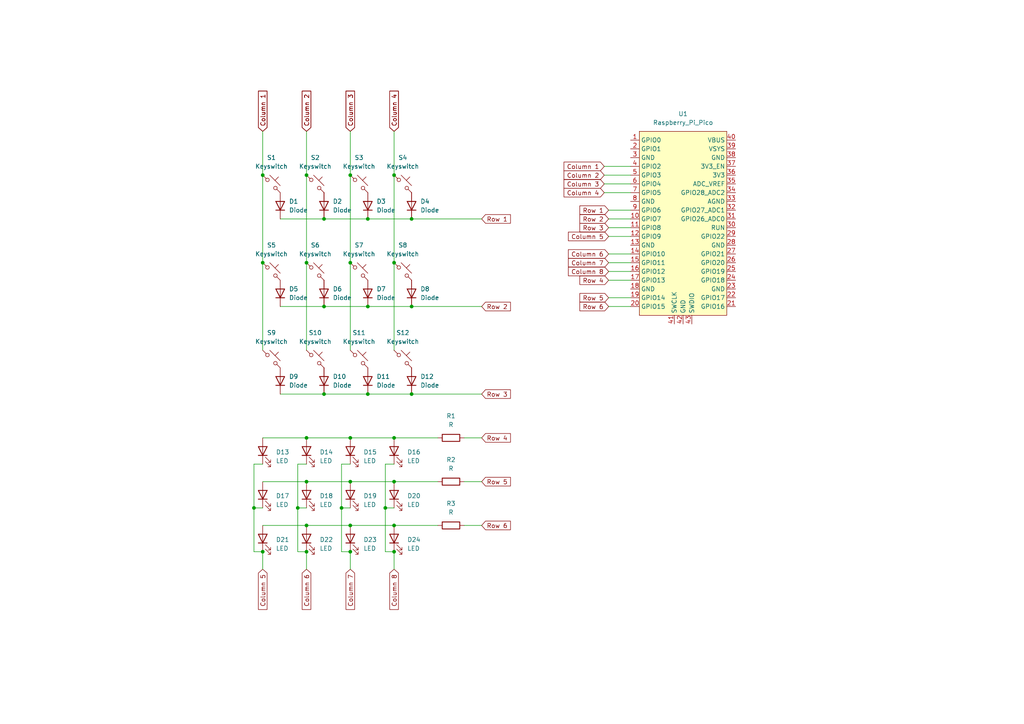
<source format=kicad_sch>
(kicad_sch (version 20230121) (generator eeschema)

  (uuid c0aff0ed-71cb-4420-a3d7-e7a57965b92e)

  (paper "A4")

  (lib_symbols
    (symbol "Device:LED" (pin_numbers hide) (pin_names (offset 1.016) hide) (in_bom yes) (on_board yes)
      (property "Reference" "D" (at 0 2.54 0)
        (effects (font (size 1.27 1.27)))
      )
      (property "Value" "LED" (at 0 -2.54 0)
        (effects (font (size 1.27 1.27)))
      )
      (property "Footprint" "" (at 0 0 0)
        (effects (font (size 1.27 1.27)) hide)
      )
      (property "Datasheet" "~" (at 0 0 0)
        (effects (font (size 1.27 1.27)) hide)
      )
      (property "ki_keywords" "LED diode" (at 0 0 0)
        (effects (font (size 1.27 1.27)) hide)
      )
      (property "ki_description" "Light emitting diode" (at 0 0 0)
        (effects (font (size 1.27 1.27)) hide)
      )
      (property "ki_fp_filters" "LED* LED_SMD:* LED_THT:*" (at 0 0 0)
        (effects (font (size 1.27 1.27)) hide)
      )
      (symbol "LED_0_1"
        (polyline
          (pts
            (xy -1.27 -1.27)
            (xy -1.27 1.27)
          )
          (stroke (width 0.254) (type default))
          (fill (type none))
        )
        (polyline
          (pts
            (xy -1.27 0)
            (xy 1.27 0)
          )
          (stroke (width 0) (type default))
          (fill (type none))
        )
        (polyline
          (pts
            (xy 1.27 -1.27)
            (xy 1.27 1.27)
            (xy -1.27 0)
            (xy 1.27 -1.27)
          )
          (stroke (width 0.254) (type default))
          (fill (type none))
        )
        (polyline
          (pts
            (xy -3.048 -0.762)
            (xy -4.572 -2.286)
            (xy -3.81 -2.286)
            (xy -4.572 -2.286)
            (xy -4.572 -1.524)
          )
          (stroke (width 0) (type default))
          (fill (type none))
        )
        (polyline
          (pts
            (xy -1.778 -0.762)
            (xy -3.302 -2.286)
            (xy -2.54 -2.286)
            (xy -3.302 -2.286)
            (xy -3.302 -1.524)
          )
          (stroke (width 0) (type default))
          (fill (type none))
        )
      )
      (symbol "LED_1_1"
        (pin passive line (at -3.81 0 0) (length 2.54)
          (name "K" (effects (font (size 1.27 1.27))))
          (number "1" (effects (font (size 1.27 1.27))))
        )
        (pin passive line (at 3.81 0 180) (length 2.54)
          (name "A" (effects (font (size 1.27 1.27))))
          (number "2" (effects (font (size 1.27 1.27))))
        )
      )
    )
    (symbol "Device:R" (pin_numbers hide) (pin_names (offset 0)) (in_bom yes) (on_board yes)
      (property "Reference" "R" (at 2.032 0 90)
        (effects (font (size 1.27 1.27)))
      )
      (property "Value" "R" (at 0 0 90)
        (effects (font (size 1.27 1.27)))
      )
      (property "Footprint" "" (at -1.778 0 90)
        (effects (font (size 1.27 1.27)) hide)
      )
      (property "Datasheet" "~" (at 0 0 0)
        (effects (font (size 1.27 1.27)) hide)
      )
      (property "ki_keywords" "R res resistor" (at 0 0 0)
        (effects (font (size 1.27 1.27)) hide)
      )
      (property "ki_description" "Resistor" (at 0 0 0)
        (effects (font (size 1.27 1.27)) hide)
      )
      (property "ki_fp_filters" "R_*" (at 0 0 0)
        (effects (font (size 1.27 1.27)) hide)
      )
      (symbol "R_0_1"
        (rectangle (start -1.016 -2.54) (end 1.016 2.54)
          (stroke (width 0.254) (type default))
          (fill (type none))
        )
      )
      (symbol "R_1_1"
        (pin passive line (at 0 3.81 270) (length 1.27)
          (name "~" (effects (font (size 1.27 1.27))))
          (number "1" (effects (font (size 1.27 1.27))))
        )
        (pin passive line (at 0 -3.81 90) (length 1.27)
          (name "~" (effects (font (size 1.27 1.27))))
          (number "2" (effects (font (size 1.27 1.27))))
        )
      )
    )
    (symbol "ScottoKeebs:MCU_Raspberry_Pi_Pico" (in_bom yes) (on_board yes)
      (property "Reference" "U" (at 0 0 0)
        (effects (font (size 1.27 1.27)))
      )
      (property "Value" "Raspberry_Pi_Pico" (at 0 27.94 0)
        (effects (font (size 1.27 1.27)))
      )
      (property "Footprint" "ScottoKeebs_MCU:Raspberry_Pi_Pico" (at 0 30.48 0)
        (effects (font (size 1.27 1.27)) hide)
      )
      (property "Datasheet" "" (at 0 0 0)
        (effects (font (size 1.27 1.27)) hide)
      )
      (symbol "MCU_Raspberry_Pi_Pico_0_1"
        (rectangle (start -12.7 26.67) (end 12.7 -26.67)
          (stroke (width 0) (type default))
          (fill (type background))
        )
      )
      (symbol "MCU_Raspberry_Pi_Pico_1_1"
        (pin bidirectional line (at -15.24 24.13 0) (length 2.54)
          (name "GPIO0" (effects (font (size 1.27 1.27))))
          (number "1" (effects (font (size 1.27 1.27))))
        )
        (pin bidirectional line (at -15.24 1.27 0) (length 2.54)
          (name "GPIO7" (effects (font (size 1.27 1.27))))
          (number "10" (effects (font (size 1.27 1.27))))
        )
        (pin bidirectional line (at -15.24 -1.27 0) (length 2.54)
          (name "GPIO8" (effects (font (size 1.27 1.27))))
          (number "11" (effects (font (size 1.27 1.27))))
        )
        (pin bidirectional line (at -15.24 -3.81 0) (length 2.54)
          (name "GPIO9" (effects (font (size 1.27 1.27))))
          (number "12" (effects (font (size 1.27 1.27))))
        )
        (pin power_in line (at -15.24 -6.35 0) (length 2.54)
          (name "GND" (effects (font (size 1.27 1.27))))
          (number "13" (effects (font (size 1.27 1.27))))
        )
        (pin bidirectional line (at -15.24 -8.89 0) (length 2.54)
          (name "GPIO10" (effects (font (size 1.27 1.27))))
          (number "14" (effects (font (size 1.27 1.27))))
        )
        (pin bidirectional line (at -15.24 -11.43 0) (length 2.54)
          (name "GPIO11" (effects (font (size 1.27 1.27))))
          (number "15" (effects (font (size 1.27 1.27))))
        )
        (pin bidirectional line (at -15.24 -13.97 0) (length 2.54)
          (name "GPIO12" (effects (font (size 1.27 1.27))))
          (number "16" (effects (font (size 1.27 1.27))))
        )
        (pin bidirectional line (at -15.24 -16.51 0) (length 2.54)
          (name "GPIO13" (effects (font (size 1.27 1.27))))
          (number "17" (effects (font (size 1.27 1.27))))
        )
        (pin power_in line (at -15.24 -19.05 0) (length 2.54)
          (name "GND" (effects (font (size 1.27 1.27))))
          (number "18" (effects (font (size 1.27 1.27))))
        )
        (pin bidirectional line (at -15.24 -21.59 0) (length 2.54)
          (name "GPIO14" (effects (font (size 1.27 1.27))))
          (number "19" (effects (font (size 1.27 1.27))))
        )
        (pin bidirectional line (at -15.24 21.59 0) (length 2.54)
          (name "GPIO1" (effects (font (size 1.27 1.27))))
          (number "2" (effects (font (size 1.27 1.27))))
        )
        (pin bidirectional line (at -15.24 -24.13 0) (length 2.54)
          (name "GPIO15" (effects (font (size 1.27 1.27))))
          (number "20" (effects (font (size 1.27 1.27))))
        )
        (pin bidirectional line (at 15.24 -24.13 180) (length 2.54)
          (name "GPIO16" (effects (font (size 1.27 1.27))))
          (number "21" (effects (font (size 1.27 1.27))))
        )
        (pin bidirectional line (at 15.24 -21.59 180) (length 2.54)
          (name "GPIO17" (effects (font (size 1.27 1.27))))
          (number "22" (effects (font (size 1.27 1.27))))
        )
        (pin power_in line (at 15.24 -19.05 180) (length 2.54)
          (name "GND" (effects (font (size 1.27 1.27))))
          (number "23" (effects (font (size 1.27 1.27))))
        )
        (pin bidirectional line (at 15.24 -16.51 180) (length 2.54)
          (name "GPIO18" (effects (font (size 1.27 1.27))))
          (number "24" (effects (font (size 1.27 1.27))))
        )
        (pin bidirectional line (at 15.24 -13.97 180) (length 2.54)
          (name "GPIO19" (effects (font (size 1.27 1.27))))
          (number "25" (effects (font (size 1.27 1.27))))
        )
        (pin bidirectional line (at 15.24 -11.43 180) (length 2.54)
          (name "GPIO20" (effects (font (size 1.27 1.27))))
          (number "26" (effects (font (size 1.27 1.27))))
        )
        (pin bidirectional line (at 15.24 -8.89 180) (length 2.54)
          (name "GPIO21" (effects (font (size 1.27 1.27))))
          (number "27" (effects (font (size 1.27 1.27))))
        )
        (pin power_in line (at 15.24 -6.35 180) (length 2.54)
          (name "GND" (effects (font (size 1.27 1.27))))
          (number "28" (effects (font (size 1.27 1.27))))
        )
        (pin bidirectional line (at 15.24 -3.81 180) (length 2.54)
          (name "GPIO22" (effects (font (size 1.27 1.27))))
          (number "29" (effects (font (size 1.27 1.27))))
        )
        (pin power_in line (at -15.24 19.05 0) (length 2.54)
          (name "GND" (effects (font (size 1.27 1.27))))
          (number "3" (effects (font (size 1.27 1.27))))
        )
        (pin input line (at 15.24 -1.27 180) (length 2.54)
          (name "RUN" (effects (font (size 1.27 1.27))))
          (number "30" (effects (font (size 1.27 1.27))))
        )
        (pin bidirectional line (at 15.24 1.27 180) (length 2.54)
          (name "GPIO26_ADC0" (effects (font (size 1.27 1.27))))
          (number "31" (effects (font (size 1.27 1.27))))
        )
        (pin bidirectional line (at 15.24 3.81 180) (length 2.54)
          (name "GPIO27_ADC1" (effects (font (size 1.27 1.27))))
          (number "32" (effects (font (size 1.27 1.27))))
        )
        (pin power_in line (at 15.24 6.35 180) (length 2.54)
          (name "AGND" (effects (font (size 1.27 1.27))))
          (number "33" (effects (font (size 1.27 1.27))))
        )
        (pin bidirectional line (at 15.24 8.89 180) (length 2.54)
          (name "GPIO28_ADC2" (effects (font (size 1.27 1.27))))
          (number "34" (effects (font (size 1.27 1.27))))
        )
        (pin power_in line (at 15.24 11.43 180) (length 2.54)
          (name "ADC_VREF" (effects (font (size 1.27 1.27))))
          (number "35" (effects (font (size 1.27 1.27))))
        )
        (pin power_in line (at 15.24 13.97 180) (length 2.54)
          (name "3V3" (effects (font (size 1.27 1.27))))
          (number "36" (effects (font (size 1.27 1.27))))
        )
        (pin input line (at 15.24 16.51 180) (length 2.54)
          (name "3V3_EN" (effects (font (size 1.27 1.27))))
          (number "37" (effects (font (size 1.27 1.27))))
        )
        (pin bidirectional line (at 15.24 19.05 180) (length 2.54)
          (name "GND" (effects (font (size 1.27 1.27))))
          (number "38" (effects (font (size 1.27 1.27))))
        )
        (pin power_in line (at 15.24 21.59 180) (length 2.54)
          (name "VSYS" (effects (font (size 1.27 1.27))))
          (number "39" (effects (font (size 1.27 1.27))))
        )
        (pin bidirectional line (at -15.24 16.51 0) (length 2.54)
          (name "GPIO2" (effects (font (size 1.27 1.27))))
          (number "4" (effects (font (size 1.27 1.27))))
        )
        (pin power_in line (at 15.24 24.13 180) (length 2.54)
          (name "VBUS" (effects (font (size 1.27 1.27))))
          (number "40" (effects (font (size 1.27 1.27))))
        )
        (pin input line (at -2.54 -29.21 90) (length 2.54)
          (name "SWCLK" (effects (font (size 1.27 1.27))))
          (number "41" (effects (font (size 1.27 1.27))))
        )
        (pin power_in line (at 0 -29.21 90) (length 2.54)
          (name "GND" (effects (font (size 1.27 1.27))))
          (number "42" (effects (font (size 1.27 1.27))))
        )
        (pin bidirectional line (at 2.54 -29.21 90) (length 2.54)
          (name "SWDIO" (effects (font (size 1.27 1.27))))
          (number "43" (effects (font (size 1.27 1.27))))
        )
        (pin bidirectional line (at -15.24 13.97 0) (length 2.54)
          (name "GPIO3" (effects (font (size 1.27 1.27))))
          (number "5" (effects (font (size 1.27 1.27))))
        )
        (pin bidirectional line (at -15.24 11.43 0) (length 2.54)
          (name "GPIO4" (effects (font (size 1.27 1.27))))
          (number "6" (effects (font (size 1.27 1.27))))
        )
        (pin bidirectional line (at -15.24 8.89 0) (length 2.54)
          (name "GPIO5" (effects (font (size 1.27 1.27))))
          (number "7" (effects (font (size 1.27 1.27))))
        )
        (pin power_in line (at -15.24 6.35 0) (length 2.54)
          (name "GND" (effects (font (size 1.27 1.27))))
          (number "8" (effects (font (size 1.27 1.27))))
        )
        (pin bidirectional line (at -15.24 3.81 0) (length 2.54)
          (name "GPIO6" (effects (font (size 1.27 1.27))))
          (number "9" (effects (font (size 1.27 1.27))))
        )
      )
    )
    (symbol "ScottoKeebs:Placeholder_Diode" (pin_numbers hide) (pin_names hide) (in_bom yes) (on_board yes)
      (property "Reference" "D" (at 0 2.54 0)
        (effects (font (size 1.27 1.27)))
      )
      (property "Value" "Diode" (at 0 -2.54 0)
        (effects (font (size 1.27 1.27)))
      )
      (property "Footprint" "" (at 0 0 0)
        (effects (font (size 1.27 1.27)) hide)
      )
      (property "Datasheet" "" (at 0 0 0)
        (effects (font (size 1.27 1.27)) hide)
      )
      (property "Sim.Device" "D" (at 0 0 0)
        (effects (font (size 1.27 1.27)) hide)
      )
      (property "Sim.Pins" "1=K 2=A" (at 0 0 0)
        (effects (font (size 1.27 1.27)) hide)
      )
      (property "ki_keywords" "diode" (at 0 0 0)
        (effects (font (size 1.27 1.27)) hide)
      )
      (property "ki_description" "1N4148 (DO-35) or 1N4148W (SOD-123)" (at 0 0 0)
        (effects (font (size 1.27 1.27)) hide)
      )
      (property "ki_fp_filters" "D*DO?35*" (at 0 0 0)
        (effects (font (size 1.27 1.27)) hide)
      )
      (symbol "Placeholder_Diode_0_1"
        (polyline
          (pts
            (xy -1.27 1.27)
            (xy -1.27 -1.27)
          )
          (stroke (width 0.254) (type default))
          (fill (type none))
        )
        (polyline
          (pts
            (xy 1.27 0)
            (xy -1.27 0)
          )
          (stroke (width 0) (type default))
          (fill (type none))
        )
        (polyline
          (pts
            (xy 1.27 1.27)
            (xy 1.27 -1.27)
            (xy -1.27 0)
            (xy 1.27 1.27)
          )
          (stroke (width 0.254) (type default))
          (fill (type none))
        )
      )
      (symbol "Placeholder_Diode_1_1"
        (pin passive line (at -3.81 0 0) (length 2.54)
          (name "K" (effects (font (size 1.27 1.27))))
          (number "1" (effects (font (size 1.27 1.27))))
        )
        (pin passive line (at 3.81 0 180) (length 2.54)
          (name "A" (effects (font (size 1.27 1.27))))
          (number "2" (effects (font (size 1.27 1.27))))
        )
      )
    )
    (symbol "ScottoKeebs:Placeholder_Keyswitch" (pin_numbers hide) (pin_names (offset 1.016) hide) (in_bom yes) (on_board yes)
      (property "Reference" "S" (at 3.048 1.016 0)
        (effects (font (size 1.27 1.27)) (justify left))
      )
      (property "Value" "Keyswitch" (at 0 -3.81 0)
        (effects (font (size 1.27 1.27)))
      )
      (property "Footprint" "" (at 0 0 0)
        (effects (font (size 1.27 1.27)) hide)
      )
      (property "Datasheet" "~" (at 0 0 0)
        (effects (font (size 1.27 1.27)) hide)
      )
      (property "ki_keywords" "switch normally-open pushbutton push-button" (at 0 0 0)
        (effects (font (size 1.27 1.27)) hide)
      )
      (property "ki_description" "Push button switch, normally open, two pins, 45° tilted" (at 0 0 0)
        (effects (font (size 1.27 1.27)) hide)
      )
      (symbol "Placeholder_Keyswitch_0_1"
        (circle (center -1.1684 1.1684) (radius 0.508)
          (stroke (width 0) (type default))
          (fill (type none))
        )
        (polyline
          (pts
            (xy -0.508 2.54)
            (xy 2.54 -0.508)
          )
          (stroke (width 0) (type default))
          (fill (type none))
        )
        (polyline
          (pts
            (xy 1.016 1.016)
            (xy 2.032 2.032)
          )
          (stroke (width 0) (type default))
          (fill (type none))
        )
        (polyline
          (pts
            (xy -2.54 2.54)
            (xy -1.524 1.524)
            (xy -1.524 1.524)
          )
          (stroke (width 0) (type default))
          (fill (type none))
        )
        (polyline
          (pts
            (xy 1.524 -1.524)
            (xy 2.54 -2.54)
            (xy 2.54 -2.54)
            (xy 2.54 -2.54)
          )
          (stroke (width 0) (type default))
          (fill (type none))
        )
        (circle (center 1.143 -1.1938) (radius 0.508)
          (stroke (width 0) (type default))
          (fill (type none))
        )
        (pin passive line (at -2.54 2.54 0) (length 0)
          (name "1" (effects (font (size 1.27 1.27))))
          (number "1" (effects (font (size 1.27 1.27))))
        )
        (pin passive line (at 2.54 -2.54 180) (length 0)
          (name "2" (effects (font (size 1.27 1.27))))
          (number "2" (effects (font (size 1.27 1.27))))
        )
      )
    )
  )

  (junction (at 114.3 160.02) (diameter 0) (color 0 0 0 0)
    (uuid 0ded97bd-3bd3-43d7-862c-3876f1ba41ea)
  )
  (junction (at 88.9 160.02) (diameter 0) (color 0 0 0 0)
    (uuid 16d484d9-4c6f-492c-b25a-1e6a3147dfd8)
  )
  (junction (at 114.3 152.4) (diameter 0) (color 0 0 0 0)
    (uuid 1ac8053d-ea9a-4733-ac83-1348ea97c546)
  )
  (junction (at 76.2 50.8) (diameter 0) (color 0 0 0 0)
    (uuid 1f5de714-32e6-4d93-a5b5-b3372f533ff0)
  )
  (junction (at 114.3 127) (diameter 0) (color 0 0 0 0)
    (uuid 2d0651a6-6a45-4ec1-b100-06b40a5c08ae)
  )
  (junction (at 119.38 114.3) (diameter 0) (color 0 0 0 0)
    (uuid 2f54b075-8e72-4fdb-9629-a702f39d3a3f)
  )
  (junction (at 114.3 139.7) (diameter 0) (color 0 0 0 0)
    (uuid 43265f08-fa5c-46d6-bd57-99c4bc96840e)
  )
  (junction (at 93.98 63.5) (diameter 0) (color 0 0 0 0)
    (uuid 484e8d98-7eff-44d2-8e8f-64989c54f6e2)
  )
  (junction (at 88.9 139.7) (diameter 0) (color 0 0 0 0)
    (uuid 58dd3384-35ec-416b-9abf-26b9bc3a33bf)
  )
  (junction (at 88.9 76.2) (diameter 0) (color 0 0 0 0)
    (uuid 5a552b50-b7da-4f7d-b85d-f17c46828b50)
  )
  (junction (at 73.66 147.32) (diameter 0) (color 0 0 0 0)
    (uuid 5ba3c3ab-1ce3-4b03-820b-a804d3e9a788)
  )
  (junction (at 111.76 147.32) (diameter 0) (color 0 0 0 0)
    (uuid 5bb1d78b-e047-45e5-871b-51e027b9ba3f)
  )
  (junction (at 93.98 114.3) (diameter 0) (color 0 0 0 0)
    (uuid 652f3e29-625e-4b14-9947-6a381d3c0510)
  )
  (junction (at 88.9 50.8) (diameter 0) (color 0 0 0 0)
    (uuid 659bc16b-d216-4a36-8303-9280bcd619cc)
  )
  (junction (at 101.6 152.4) (diameter 0) (color 0 0 0 0)
    (uuid 69f51307-e427-4b2f-8b0c-7f411912a937)
  )
  (junction (at 119.38 88.9) (diameter 0) (color 0 0 0 0)
    (uuid 7587b8c9-2fbf-4c7b-bcbc-f5c8a2c37c5d)
  )
  (junction (at 88.9 127) (diameter 0) (color 0 0 0 0)
    (uuid 780849b2-618e-466e-8d9c-8937489cea4d)
  )
  (junction (at 114.3 76.2) (diameter 0) (color 0 0 0 0)
    (uuid 7b15ef23-44cf-4338-b885-7079511ab41a)
  )
  (junction (at 101.6 76.2) (diameter 0) (color 0 0 0 0)
    (uuid 89d2cfa0-3821-4f63-8578-9138222c4e10)
  )
  (junction (at 106.68 114.3) (diameter 0) (color 0 0 0 0)
    (uuid 8b2ebdcf-4fe7-43fe-9368-cc3a629998d2)
  )
  (junction (at 101.6 127) (diameter 0) (color 0 0 0 0)
    (uuid 970e708b-4caf-46f8-a350-f95e247c1e95)
  )
  (junction (at 93.98 88.9) (diameter 0) (color 0 0 0 0)
    (uuid 9b45c737-5020-4291-a5f6-b7a0027c543e)
  )
  (junction (at 99.06 147.32) (diameter 0) (color 0 0 0 0)
    (uuid 9c8f5e6f-10b3-4590-a8c9-a1e7dc268603)
  )
  (junction (at 114.3 50.8) (diameter 0) (color 0 0 0 0)
    (uuid a903c930-ddbd-4ff5-a2c6-0e11d139f60f)
  )
  (junction (at 106.68 88.9) (diameter 0) (color 0 0 0 0)
    (uuid b53321f9-fe2f-4107-a098-e9a8eb64c8e5)
  )
  (junction (at 88.9 152.4) (diameter 0) (color 0 0 0 0)
    (uuid c4af9029-00ad-42dc-9d30-a7ebc42d4d2c)
  )
  (junction (at 76.2 160.02) (diameter 0) (color 0 0 0 0)
    (uuid cc5d1aa2-6eee-40c4-b745-edbccfb6353c)
  )
  (junction (at 101.6 139.7) (diameter 0) (color 0 0 0 0)
    (uuid d0583210-0536-4797-9214-e1842dbf4463)
  )
  (junction (at 119.38 63.5) (diameter 0) (color 0 0 0 0)
    (uuid d0be9ab3-0c5f-4cd9-9859-265b3530a568)
  )
  (junction (at 86.36 147.32) (diameter 0) (color 0 0 0 0)
    (uuid d77995fe-9824-4ade-860c-63a63260cc84)
  )
  (junction (at 106.68 63.5) (diameter 0) (color 0 0 0 0)
    (uuid e5ba8f27-983a-47a5-aad7-988c59bff48a)
  )
  (junction (at 76.2 76.2) (diameter 0) (color 0 0 0 0)
    (uuid e6f214e2-a666-415d-8929-21d0d7cbafdb)
  )
  (junction (at 101.6 50.8) (diameter 0) (color 0 0 0 0)
    (uuid e71c3db8-7930-4738-916a-3da43c1d511a)
  )
  (junction (at 101.6 160.02) (diameter 0) (color 0 0 0 0)
    (uuid f7dce98e-4c96-4a6d-875a-a8ee3f63d698)
  )

  (wire (pts (xy 81.28 88.9) (xy 93.98 88.9))
    (stroke (width 0) (type default))
    (uuid 006b9f20-78f2-4c29-8249-c662c7d8147c)
  )
  (wire (pts (xy 76.2 160.02) (xy 76.2 165.1))
    (stroke (width 0) (type default))
    (uuid 0e825621-70a1-4f9f-bb56-eab33ce54aca)
  )
  (wire (pts (xy 86.36 147.32) (xy 88.9 147.32))
    (stroke (width 0) (type default))
    (uuid 14e0fd32-e38d-40a9-acfd-f5a6fae14b8d)
  )
  (wire (pts (xy 76.2 38.1) (xy 76.2 50.8))
    (stroke (width 0) (type default))
    (uuid 1582d415-9dd4-482d-bb29-a2e76198b8c9)
  )
  (wire (pts (xy 114.3 38.1) (xy 114.3 50.8))
    (stroke (width 0) (type default))
    (uuid 16f679d4-5d9b-475b-8267-3eea3ec1a24d)
  )
  (wire (pts (xy 114.3 152.4) (xy 127 152.4))
    (stroke (width 0) (type default))
    (uuid 18322485-bc7e-47c4-ade3-f50aee76a612)
  )
  (wire (pts (xy 93.98 63.5) (xy 106.68 63.5))
    (stroke (width 0) (type default))
    (uuid 1b2c8879-b4be-4beb-a89c-e8d0e626124c)
  )
  (wire (pts (xy 176.53 68.58) (xy 182.88 68.58))
    (stroke (width 0) (type default))
    (uuid 1bf02960-d8be-4a05-b351-e2aef703fe83)
  )
  (wire (pts (xy 114.3 50.8) (xy 114.3 76.2))
    (stroke (width 0) (type default))
    (uuid 1f9125cc-92a4-4ae4-a50e-26f428648e0f)
  )
  (wire (pts (xy 111.76 147.32) (xy 111.76 160.02))
    (stroke (width 0) (type default))
    (uuid 22dab6da-9341-4c4b-97b3-0c3efbbfd2ce)
  )
  (wire (pts (xy 88.9 38.1) (xy 88.9 50.8))
    (stroke (width 0) (type default))
    (uuid 290fd2a3-a606-4ba4-b89f-a72d311f934c)
  )
  (wire (pts (xy 73.66 147.32) (xy 73.66 160.02))
    (stroke (width 0) (type default))
    (uuid 2dc8e31a-2739-4aef-bbf8-e2702b2f4a24)
  )
  (wire (pts (xy 86.36 160.02) (xy 88.9 160.02))
    (stroke (width 0) (type default))
    (uuid 37d89736-7281-4c5c-9d38-6d576814edd6)
  )
  (wire (pts (xy 101.6 134.62) (xy 99.06 134.62))
    (stroke (width 0) (type default))
    (uuid 399f3ae5-c85c-4a98-831f-87cf50656885)
  )
  (wire (pts (xy 176.53 76.2) (xy 182.88 76.2))
    (stroke (width 0) (type default))
    (uuid 4594c118-576c-4e26-a8b4-eb1c55a1fffb)
  )
  (wire (pts (xy 88.9 139.7) (xy 101.6 139.7))
    (stroke (width 0) (type default))
    (uuid 49059eca-d973-4562-bdab-d5cb6375b3f8)
  )
  (wire (pts (xy 134.62 127) (xy 139.7 127))
    (stroke (width 0) (type default))
    (uuid 493dc24e-c8e0-47fe-a98f-e0dd3dd1c95d)
  )
  (wire (pts (xy 101.6 76.2) (xy 101.6 101.6))
    (stroke (width 0) (type default))
    (uuid 4af109cc-3596-4829-a3b6-890e2329868e)
  )
  (wire (pts (xy 175.26 55.88) (xy 182.88 55.88))
    (stroke (width 0) (type default))
    (uuid 525c976c-607d-4aa0-ab85-257beb943b48)
  )
  (wire (pts (xy 93.98 114.3) (xy 106.68 114.3))
    (stroke (width 0) (type default))
    (uuid 54be5048-75b3-4790-96d0-4bb5b21f476c)
  )
  (wire (pts (xy 76.2 139.7) (xy 88.9 139.7))
    (stroke (width 0) (type default))
    (uuid 56231d38-8ad9-4c25-91c0-dd6a6a000d22)
  )
  (wire (pts (xy 175.26 50.8) (xy 182.88 50.8))
    (stroke (width 0) (type default))
    (uuid 57e97f92-1382-4391-917a-e24b3d65fa68)
  )
  (wire (pts (xy 88.9 134.62) (xy 86.36 134.62))
    (stroke (width 0) (type default))
    (uuid 5922a4b4-8aae-4e51-a9a1-876e77bf53aa)
  )
  (wire (pts (xy 114.3 160.02) (xy 114.3 165.1))
    (stroke (width 0) (type default))
    (uuid 5c9d5fae-cabd-4894-9c69-9fb68114eab9)
  )
  (wire (pts (xy 106.68 63.5) (xy 119.38 63.5))
    (stroke (width 0) (type default))
    (uuid 5e8a48f3-2181-4b57-8c6e-bfa7b151700f)
  )
  (wire (pts (xy 119.38 63.5) (xy 139.7 63.5))
    (stroke (width 0) (type default))
    (uuid 5eb8efaa-ac02-4755-9e03-3fe8d60fc8fc)
  )
  (wire (pts (xy 176.53 81.28) (xy 182.88 81.28))
    (stroke (width 0) (type default))
    (uuid 641b9d02-b4bb-48db-bed8-43acde853fe5)
  )
  (wire (pts (xy 114.3 76.2) (xy 114.3 101.6))
    (stroke (width 0) (type default))
    (uuid 6751a9d2-b7c4-477c-885a-c7b4fd32db72)
  )
  (wire (pts (xy 119.38 114.3) (xy 139.7 114.3))
    (stroke (width 0) (type default))
    (uuid 67eed688-43db-4595-8811-71787e982eae)
  )
  (wire (pts (xy 101.6 38.1) (xy 101.6 50.8))
    (stroke (width 0) (type default))
    (uuid 6dc56899-9b3e-488e-8241-6c7f39692a9b)
  )
  (wire (pts (xy 119.38 88.9) (xy 139.7 88.9))
    (stroke (width 0) (type default))
    (uuid 6eb10497-d0ea-4039-84c6-13433295e62a)
  )
  (wire (pts (xy 176.53 60.96) (xy 182.88 60.96))
    (stroke (width 0) (type default))
    (uuid 73c7673c-776a-4e65-97c0-b518dd59a03b)
  )
  (wire (pts (xy 86.36 147.32) (xy 86.36 160.02))
    (stroke (width 0) (type default))
    (uuid 740a3169-bdb7-4768-be59-f6d1f264756a)
  )
  (wire (pts (xy 88.9 50.8) (xy 88.9 76.2))
    (stroke (width 0) (type default))
    (uuid 76a647be-c4ce-4748-995c-9c0650b223d3)
  )
  (wire (pts (xy 101.6 50.8) (xy 101.6 76.2))
    (stroke (width 0) (type default))
    (uuid 77d5caf0-c55d-4068-921d-5ad0632c402f)
  )
  (wire (pts (xy 88.9 152.4) (xy 101.6 152.4))
    (stroke (width 0) (type default))
    (uuid 77d873ec-bc9d-4afd-bdfe-ee4f318ef6e9)
  )
  (wire (pts (xy 101.6 152.4) (xy 114.3 152.4))
    (stroke (width 0) (type default))
    (uuid 7c9add58-c2ba-403f-88f6-0562fe370f12)
  )
  (wire (pts (xy 175.26 53.34) (xy 182.88 53.34))
    (stroke (width 0) (type default))
    (uuid 7cac0d9e-865e-453b-8a4a-0da37a7be308)
  )
  (wire (pts (xy 76.2 50.8) (xy 76.2 76.2))
    (stroke (width 0) (type default))
    (uuid 7cf91018-8dca-4b50-a586-8c649a0ef05f)
  )
  (wire (pts (xy 175.26 48.26) (xy 182.88 48.26))
    (stroke (width 0) (type default))
    (uuid 83d4f5b8-7b2d-4a07-9392-3357d0c8e3f7)
  )
  (wire (pts (xy 93.98 88.9) (xy 106.68 88.9))
    (stroke (width 0) (type default))
    (uuid 87d12c35-bf1a-48d6-abe0-a6c146ac6b4c)
  )
  (wire (pts (xy 176.53 86.36) (xy 182.88 86.36))
    (stroke (width 0) (type default))
    (uuid 8ba25f14-5252-4fa2-a403-c624762b2ea9)
  )
  (wire (pts (xy 176.53 88.9) (xy 182.88 88.9))
    (stroke (width 0) (type default))
    (uuid 8c4a0e8f-f7e4-4a25-87a7-e73f44a78ea2)
  )
  (wire (pts (xy 176.53 63.5) (xy 182.88 63.5))
    (stroke (width 0) (type default))
    (uuid 8df35ecc-447b-4f09-974e-474c74cd5437)
  )
  (wire (pts (xy 76.2 76.2) (xy 76.2 101.6))
    (stroke (width 0) (type default))
    (uuid 94329f82-646f-4c80-97b4-c59655567199)
  )
  (wire (pts (xy 99.06 147.32) (xy 99.06 160.02))
    (stroke (width 0) (type default))
    (uuid a4a40b9a-3dce-4e7f-b46e-470b84f74507)
  )
  (wire (pts (xy 88.9 76.2) (xy 88.9 101.6))
    (stroke (width 0) (type default))
    (uuid ada7698f-5742-4c82-bc23-aef5ca24d6c6)
  )
  (wire (pts (xy 106.68 114.3) (xy 119.38 114.3))
    (stroke (width 0) (type default))
    (uuid b40d8793-2654-42ae-aa07-8f5379557112)
  )
  (wire (pts (xy 134.62 152.4) (xy 139.7 152.4))
    (stroke (width 0) (type default))
    (uuid b68b83cc-9aa9-4b0a-b50d-460da7c75060)
  )
  (wire (pts (xy 106.68 88.9) (xy 119.38 88.9))
    (stroke (width 0) (type default))
    (uuid b6b8f91f-30f1-426d-be55-f4e314e26bd9)
  )
  (wire (pts (xy 73.66 134.62) (xy 73.66 147.32))
    (stroke (width 0) (type default))
    (uuid b6f9b322-eeba-487e-a7fc-05e3ec864146)
  )
  (wire (pts (xy 114.3 134.62) (xy 111.76 134.62))
    (stroke (width 0) (type default))
    (uuid bc8736f2-4091-46d0-96b1-de64e8e57f96)
  )
  (wire (pts (xy 76.2 134.62) (xy 73.66 134.62))
    (stroke (width 0) (type default))
    (uuid bed46edb-270f-4a77-bdd2-5355e0eea800)
  )
  (wire (pts (xy 101.6 160.02) (xy 101.6 165.1))
    (stroke (width 0) (type default))
    (uuid c26eaa92-9262-4c01-802d-bf48aa45eeee)
  )
  (wire (pts (xy 99.06 134.62) (xy 99.06 147.32))
    (stroke (width 0) (type default))
    (uuid c6e9d11a-b7a8-4195-94cf-752401e1db05)
  )
  (wire (pts (xy 111.76 134.62) (xy 111.76 147.32))
    (stroke (width 0) (type default))
    (uuid ca1decfc-e210-4cd0-91ba-e41949341043)
  )
  (wire (pts (xy 73.66 147.32) (xy 76.2 147.32))
    (stroke (width 0) (type default))
    (uuid cadf95f8-21ac-4e66-98f3-9a84d9d0067c)
  )
  (wire (pts (xy 76.2 127) (xy 88.9 127))
    (stroke (width 0) (type default))
    (uuid cb1edf8b-7644-493a-9661-e1f713fc81d7)
  )
  (wire (pts (xy 88.9 160.02) (xy 88.9 165.1))
    (stroke (width 0) (type default))
    (uuid cd764fd3-285d-4e29-909d-8e91f94a745b)
  )
  (wire (pts (xy 73.66 160.02) (xy 76.2 160.02))
    (stroke (width 0) (type default))
    (uuid d129cc3a-624b-4013-a206-dd4b84117711)
  )
  (wire (pts (xy 114.3 139.7) (xy 127 139.7))
    (stroke (width 0) (type default))
    (uuid d1456df5-02f0-4b61-8823-10a6ba335cbd)
  )
  (wire (pts (xy 176.53 66.04) (xy 182.88 66.04))
    (stroke (width 0) (type default))
    (uuid d1a04530-16b5-4fab-8cb5-22cb86d381ff)
  )
  (wire (pts (xy 101.6 139.7) (xy 114.3 139.7))
    (stroke (width 0) (type default))
    (uuid d3d34583-6939-46a9-8e30-67d76514f5ac)
  )
  (wire (pts (xy 81.28 114.3) (xy 93.98 114.3))
    (stroke (width 0) (type default))
    (uuid d406d523-aed8-4966-a16a-5172de824403)
  )
  (wire (pts (xy 99.06 160.02) (xy 101.6 160.02))
    (stroke (width 0) (type default))
    (uuid d5aa0921-bb53-4c74-ae42-13bd59156581)
  )
  (wire (pts (xy 86.36 134.62) (xy 86.36 147.32))
    (stroke (width 0) (type default))
    (uuid dbb3b900-f819-424e-80d8-06ce8f118b84)
  )
  (wire (pts (xy 76.2 152.4) (xy 88.9 152.4))
    (stroke (width 0) (type default))
    (uuid dbef9698-08ec-4e2e-a829-d5a4ca38b3ef)
  )
  (wire (pts (xy 111.76 160.02) (xy 114.3 160.02))
    (stroke (width 0) (type default))
    (uuid dc2b16d9-616a-4486-a2f9-5655846a81ac)
  )
  (wire (pts (xy 134.62 139.7) (xy 139.7 139.7))
    (stroke (width 0) (type default))
    (uuid dd834695-8813-458f-974d-69b92de950f2)
  )
  (wire (pts (xy 176.53 73.66) (xy 182.88 73.66))
    (stroke (width 0) (type default))
    (uuid e4c674a3-aab4-4eae-904e-c13a564d898f)
  )
  (wire (pts (xy 111.76 147.32) (xy 114.3 147.32))
    (stroke (width 0) (type default))
    (uuid e6eb134d-5597-440a-b0de-7c11f0368b7f)
  )
  (wire (pts (xy 81.28 63.5) (xy 93.98 63.5))
    (stroke (width 0) (type default))
    (uuid eca5390c-cbe8-44f4-90aa-44a292010718)
  )
  (wire (pts (xy 101.6 127) (xy 114.3 127))
    (stroke (width 0) (type default))
    (uuid ece02758-93e8-46bc-9705-ee822839c2c2)
  )
  (wire (pts (xy 99.06 147.32) (xy 101.6 147.32))
    (stroke (width 0) (type default))
    (uuid ecf3862b-c78b-4abf-a516-36a0af9a49a2)
  )
  (wire (pts (xy 114.3 127) (xy 127 127))
    (stroke (width 0) (type default))
    (uuid f0ccd42c-723f-400b-b656-35923f7e6ec1)
  )
  (wire (pts (xy 88.9 127) (xy 101.6 127))
    (stroke (width 0) (type default))
    (uuid f83a4d6b-88a6-4a5d-88c9-095ebdd89154)
  )
  (wire (pts (xy 176.53 78.74) (xy 182.88 78.74))
    (stroke (width 0) (type default))
    (uuid faf5a7fd-7acd-41ee-b17e-a38f42c0beb9)
  )

  (global_label "Column 2" (shape input) (at 175.26 50.8 180) (fields_autoplaced)
    (effects (font (size 1.27 1.27)) (justify right))
    (uuid 12ae4348-e38e-4086-82b7-c8089e569839)
    (property "Intersheetrefs" "${INTERSHEET_REFS}" (at 163.0222 50.8 0)
      (effects (font (size 1.27 1.27)) (justify right) hide)
    )
  )
  (global_label "Row 5" (shape input) (at 139.7 139.7 0) (fields_autoplaced)
    (effects (font (size 1.27 1.27)) (justify left))
    (uuid 20bbb398-f779-41d5-a32c-a686829c1227)
    (property "Intersheetrefs" "${INTERSHEET_REFS}" (at 148.6118 139.7 0)
      (effects (font (size 1.27 1.27)) (justify left) hide)
    )
  )
  (global_label "Row 1" (shape input) (at 176.53 60.96 180) (fields_autoplaced)
    (effects (font (size 1.27 1.27)) (justify right))
    (uuid 21d92cc3-43e2-4d05-ad17-c35e614da9c2)
    (property "Intersheetrefs" "${INTERSHEET_REFS}" (at 167.6182 60.96 0)
      (effects (font (size 1.27 1.27)) (justify right) hide)
    )
  )
  (global_label "Column 2" (shape input) (at 88.9 38.1 90) (fields_autoplaced)
    (effects (font (size 1.27 1.27)) (justify left))
    (uuid 3faf4e0f-aadd-4c8b-a8e1-3c7ed0a02fee)
    (property "Intersheetrefs" "${INTERSHEET_REFS}" (at 88.9 25.8622 90)
      (effects (font (size 1.27 1.27)) (justify left) hide)
    )
  )
  (global_label "Column 8" (shape input) (at 114.3 165.1 270) (fields_autoplaced)
    (effects (font (size 1.27 1.27)) (justify right))
    (uuid 404a4037-daaa-470a-ad48-6cd396d1d93d)
    (property "Intersheetrefs" "${INTERSHEET_REFS}" (at 114.3 177.3378 90)
      (effects (font (size 1.27 1.27)) (justify right) hide)
    )
  )
  (global_label "Column 7" (shape input) (at 101.6 165.1 270) (fields_autoplaced)
    (effects (font (size 1.27 1.27)) (justify right))
    (uuid 45ad6a0c-3727-4ccf-86e3-8dd03e1ad27a)
    (property "Intersheetrefs" "${INTERSHEET_REFS}" (at 101.6 177.3378 90)
      (effects (font (size 1.27 1.27)) (justify right) hide)
    )
  )
  (global_label "Row 4" (shape input) (at 139.7 127 0) (fields_autoplaced)
    (effects (font (size 1.27 1.27)) (justify left))
    (uuid 4646f9da-760c-4c80-9c0b-fb04e02df3c3)
    (property "Intersheetrefs" "${INTERSHEET_REFS}" (at 148.6118 127 0)
      (effects (font (size 1.27 1.27)) (justify left) hide)
    )
  )
  (global_label "Column 2" (shape input) (at 88.9 38.1 90) (fields_autoplaced)
    (effects (font (size 1.27 1.27)) (justify left))
    (uuid 487879a6-7e9b-4c22-9c34-a7f16754e328)
    (property "Intersheetrefs" "${INTERSHEET_REFS}" (at 88.9 25.8622 90)
      (effects (font (size 1.27 1.27)) (justify left) hide)
    )
  )
  (global_label "Column 4" (shape input) (at 114.3 38.1 90) (fields_autoplaced)
    (effects (font (size 1.27 1.27)) (justify left))
    (uuid 511ad1d7-124c-485c-8ea9-211cfeba8a9a)
    (property "Intersheetrefs" "${INTERSHEET_REFS}" (at 114.3 25.8622 90)
      (effects (font (size 1.27 1.27)) (justify left) hide)
    )
  )
  (global_label "Row 3" (shape input) (at 176.53 66.04 180) (fields_autoplaced)
    (effects (font (size 1.27 1.27)) (justify right))
    (uuid 53b325d6-5025-4ac0-b52b-742d4e418af5)
    (property "Intersheetrefs" "${INTERSHEET_REFS}" (at 167.6182 66.04 0)
      (effects (font (size 1.27 1.27)) (justify right) hide)
    )
  )
  (global_label "Row 1" (shape input) (at 139.7 63.5 0) (fields_autoplaced)
    (effects (font (size 1.27 1.27)) (justify left))
    (uuid 578b8930-2cc7-47f8-936b-fca50db0ed67)
    (property "Intersheetrefs" "${INTERSHEET_REFS}" (at 148.6118 63.5 0)
      (effects (font (size 1.27 1.27)) (justify left) hide)
    )
  )
  (global_label "Column 6" (shape input) (at 176.53 73.66 180) (fields_autoplaced)
    (effects (font (size 1.27 1.27)) (justify right))
    (uuid 58264424-f4dc-40cc-8b0a-7c86f368e37f)
    (property "Intersheetrefs" "${INTERSHEET_REFS}" (at 164.2922 73.66 0)
      (effects (font (size 1.27 1.27)) (justify right) hide)
    )
  )
  (global_label "Column 4" (shape input) (at 175.26 55.88 180) (fields_autoplaced)
    (effects (font (size 1.27 1.27)) (justify right))
    (uuid 584bc8f8-875a-4610-8769-cf2a1feab7af)
    (property "Intersheetrefs" "${INTERSHEET_REFS}" (at 163.0222 55.88 0)
      (effects (font (size 1.27 1.27)) (justify right) hide)
    )
  )
  (global_label "Row 4" (shape input) (at 176.53 81.28 180) (fields_autoplaced)
    (effects (font (size 1.27 1.27)) (justify right))
    (uuid 5b477566-44f5-4ed9-a423-b1d8c09627a4)
    (property "Intersheetrefs" "${INTERSHEET_REFS}" (at 167.6182 81.28 0)
      (effects (font (size 1.27 1.27)) (justify right) hide)
    )
  )
  (global_label "Column 3" (shape input) (at 175.26 53.34 180) (fields_autoplaced)
    (effects (font (size 1.27 1.27)) (justify right))
    (uuid 8631b815-1682-4790-bf9d-d3fc96c17ff5)
    (property "Intersheetrefs" "${INTERSHEET_REFS}" (at 163.0222 53.34 0)
      (effects (font (size 1.27 1.27)) (justify right) hide)
    )
  )
  (global_label "Row 6" (shape input) (at 139.7 152.4 0) (fields_autoplaced)
    (effects (font (size 1.27 1.27)) (justify left))
    (uuid 8f7e63de-0dd6-47ec-a961-056a3ae036e6)
    (property "Intersheetrefs" "${INTERSHEET_REFS}" (at 148.6118 152.4 0)
      (effects (font (size 1.27 1.27)) (justify left) hide)
    )
  )
  (global_label "Column 4" (shape input) (at 114.3 38.1 90) (fields_autoplaced)
    (effects (font (size 1.27 1.27)) (justify left))
    (uuid 98648d78-e237-4715-97c3-434518c03060)
    (property "Intersheetrefs" "${INTERSHEET_REFS}" (at 114.3 25.8622 90)
      (effects (font (size 1.27 1.27)) (justify left) hide)
    )
  )
  (global_label "Row 2" (shape input) (at 176.53 63.5 180) (fields_autoplaced)
    (effects (font (size 1.27 1.27)) (justify right))
    (uuid a02fc8bc-9c94-4c68-ada2-ec057bc46c06)
    (property "Intersheetrefs" "${INTERSHEET_REFS}" (at 167.6182 63.5 0)
      (effects (font (size 1.27 1.27)) (justify right) hide)
    )
  )
  (global_label "Column 3" (shape input) (at 101.6 38.1 90) (fields_autoplaced)
    (effects (font (size 1.27 1.27)) (justify left))
    (uuid a0685b4a-3578-4cf6-ae6f-61efde28ccbb)
    (property "Intersheetrefs" "${INTERSHEET_REFS}" (at 101.6 25.8622 90)
      (effects (font (size 1.27 1.27)) (justify left) hide)
    )
  )
  (global_label "Column 5" (shape input) (at 76.2 165.1 270) (fields_autoplaced)
    (effects (font (size 1.27 1.27)) (justify right))
    (uuid a1f385ee-50bb-4c66-8c23-233034029588)
    (property "Intersheetrefs" "${INTERSHEET_REFS}" (at 76.2 177.3378 90)
      (effects (font (size 1.27 1.27)) (justify right) hide)
    )
  )
  (global_label "Column 5" (shape input) (at 176.53 68.58 180) (fields_autoplaced)
    (effects (font (size 1.27 1.27)) (justify right))
    (uuid a57931ca-2bb3-4171-a54c-8912fcb3bf15)
    (property "Intersheetrefs" "${INTERSHEET_REFS}" (at 164.2922 68.58 0)
      (effects (font (size 1.27 1.27)) (justify right) hide)
    )
  )
  (global_label "Column 1" (shape input) (at 175.26 48.26 180) (fields_autoplaced)
    (effects (font (size 1.27 1.27)) (justify right))
    (uuid a994a931-6588-4dcf-91d5-a04cbc5cf596)
    (property "Intersheetrefs" "${INTERSHEET_REFS}" (at 163.0222 48.26 0)
      (effects (font (size 1.27 1.27)) (justify right) hide)
    )
  )
  (global_label "Row 3" (shape input) (at 139.7 114.3 0) (fields_autoplaced)
    (effects (font (size 1.27 1.27)) (justify left))
    (uuid bec40dbb-784f-4ba3-928d-9300c76b34c1)
    (property "Intersheetrefs" "${INTERSHEET_REFS}" (at 148.6118 114.3 0)
      (effects (font (size 1.27 1.27)) (justify left) hide)
    )
  )
  (global_label "Column 3" (shape input) (at 101.6 38.1 90) (fields_autoplaced)
    (effects (font (size 1.27 1.27)) (justify left))
    (uuid c429fbde-275b-4cfc-9c47-99b6860314d2)
    (property "Intersheetrefs" "${INTERSHEET_REFS}" (at 101.6 25.8622 90)
      (effects (font (size 1.27 1.27)) (justify left) hide)
    )
  )
  (global_label "Column 1" (shape input) (at 76.2 38.1 90) (fields_autoplaced)
    (effects (font (size 1.27 1.27)) (justify left))
    (uuid d12f773d-5439-4d49-8c17-dd1b1acb16da)
    (property "Intersheetrefs" "${INTERSHEET_REFS}" (at 76.2 25.8622 90)
      (effects (font (size 1.27 1.27)) (justify left) hide)
    )
  )
  (global_label "Column 1" (shape input) (at 76.2 38.1 90) (fields_autoplaced)
    (effects (font (size 1.27 1.27)) (justify left))
    (uuid dbbdfe00-db1b-46a4-89d3-b37a091c1b8f)
    (property "Intersheetrefs" "${INTERSHEET_REFS}" (at 76.2 25.8622 90)
      (effects (font (size 1.27 1.27)) (justify left) hide)
    )
  )
  (global_label "Column 6" (shape input) (at 88.9 165.1 270) (fields_autoplaced)
    (effects (font (size 1.27 1.27)) (justify right))
    (uuid de8b053e-b382-4eb6-9e89-1a29c9d18d35)
    (property "Intersheetrefs" "${INTERSHEET_REFS}" (at 88.9 177.3378 90)
      (effects (font (size 1.27 1.27)) (justify right) hide)
    )
  )
  (global_label "Row 2" (shape input) (at 139.7 88.9 0) (fields_autoplaced)
    (effects (font (size 1.27 1.27)) (justify left))
    (uuid e06597b9-107b-4692-90af-3023742d50a3)
    (property "Intersheetrefs" "${INTERSHEET_REFS}" (at 148.6118 88.9 0)
      (effects (font (size 1.27 1.27)) (justify left) hide)
    )
  )
  (global_label "Column 7" (shape input) (at 176.53 76.2 180) (fields_autoplaced)
    (effects (font (size 1.27 1.27)) (justify right))
    (uuid e22d2ec4-6a64-429f-8afd-cd13ecb05940)
    (property "Intersheetrefs" "${INTERSHEET_REFS}" (at 164.2922 76.2 0)
      (effects (font (size 1.27 1.27)) (justify right) hide)
    )
  )
  (global_label "Row 6" (shape input) (at 176.53 88.9 180) (fields_autoplaced)
    (effects (font (size 1.27 1.27)) (justify right))
    (uuid e5f8d64a-e358-42c0-a24b-f56cd9aa6a1e)
    (property "Intersheetrefs" "${INTERSHEET_REFS}" (at 167.6182 88.9 0)
      (effects (font (size 1.27 1.27)) (justify right) hide)
    )
  )
  (global_label "Column 8" (shape input) (at 176.53 78.74 180) (fields_autoplaced)
    (effects (font (size 1.27 1.27)) (justify right))
    (uuid f76c2ab4-29ae-4bae-a707-65a2756345d6)
    (property "Intersheetrefs" "${INTERSHEET_REFS}" (at 164.2922 78.74 0)
      (effects (font (size 1.27 1.27)) (justify right) hide)
    )
  )
  (global_label "Row 5" (shape input) (at 176.53 86.36 180) (fields_autoplaced)
    (effects (font (size 1.27 1.27)) (justify right))
    (uuid fca7b565-cdfd-4cb1-9b13-8a5dccb0a474)
    (property "Intersheetrefs" "${INTERSHEET_REFS}" (at 167.6182 86.36 0)
      (effects (font (size 1.27 1.27)) (justify right) hide)
    )
  )

  (symbol (lib_id "ScottoKeebs:Placeholder_Keyswitch") (at 91.44 78.74 0) (unit 1)
    (in_bom yes) (on_board yes) (dnp no) (fields_autoplaced)
    (uuid 13e94165-7875-43d8-9724-bf8a39654ecc)
    (property "Reference" "S6" (at 91.44 71.12 0)
      (effects (font (size 1.27 1.27)))
    )
    (property "Value" "Keyswitch" (at 91.44 73.66 0)
      (effects (font (size 1.27 1.27)))
    )
    (property "Footprint" "ScottoKeebs_MX:MX_PCB_1.00u" (at 91.44 78.74 0)
      (effects (font (size 1.27 1.27)) hide)
    )
    (property "Datasheet" "~" (at 91.44 78.74 0)
      (effects (font (size 1.27 1.27)) hide)
    )
    (pin "1" (uuid f101de69-2c39-42e1-b820-baa7d1e42644))
    (pin "2" (uuid 91c67cda-9009-4a8c-bf96-237aa92e89f5))
    (instances
      (project "trust"
        (path "/c0aff0ed-71cb-4420-a3d7-e7a57965b92e"
          (reference "S6") (unit 1)
        )
      )
    )
  )

  (symbol (lib_id "Device:LED") (at 88.9 156.21 90) (unit 1)
    (in_bom yes) (on_board yes) (dnp no) (fields_autoplaced)
    (uuid 198d851f-9ce9-4345-82da-6739c8080fb5)
    (property "Reference" "D22" (at 92.71 156.5275 90)
      (effects (font (size 1.27 1.27)) (justify right))
    )
    (property "Value" "LED" (at 92.71 159.0675 90)
      (effects (font (size 1.27 1.27)) (justify right))
    )
    (property "Footprint" "LED_THT:LED_D1.8mm_W3.3mm_H2.4mm" (at 88.9 156.21 0)
      (effects (font (size 1.27 1.27)) hide)
    )
    (property "Datasheet" "~" (at 88.9 156.21 0)
      (effects (font (size 1.27 1.27)) hide)
    )
    (pin "1" (uuid d6d68293-08bd-4bd0-a3c5-1eefd07974ba))
    (pin "2" (uuid 2ca4440f-4842-4b02-bcc5-fd1936392764))
    (instances
      (project "trust"
        (path "/c0aff0ed-71cb-4420-a3d7-e7a57965b92e"
          (reference "D22") (unit 1)
        )
      )
    )
  )

  (symbol (lib_id "ScottoKeebs:Placeholder_Keyswitch") (at 78.74 53.34 0) (unit 1)
    (in_bom yes) (on_board yes) (dnp no) (fields_autoplaced)
    (uuid 19d6f82a-a08b-4209-85e7-bad956967c91)
    (property "Reference" "S1" (at 78.74 45.72 0)
      (effects (font (size 1.27 1.27)))
    )
    (property "Value" "Keyswitch" (at 78.74 48.26 0)
      (effects (font (size 1.27 1.27)))
    )
    (property "Footprint" "ScottoKeebs_MX:MX_PCB_1.00u" (at 78.74 53.34 0)
      (effects (font (size 1.27 1.27)) hide)
    )
    (property "Datasheet" "~" (at 78.74 53.34 0)
      (effects (font (size 1.27 1.27)) hide)
    )
    (pin "1" (uuid caa706b7-254f-4153-9c43-2b72f683eaac))
    (pin "2" (uuid 5c13c616-53dd-4371-88c4-af58ca341860))
    (instances
      (project "trust"
        (path "/c0aff0ed-71cb-4420-a3d7-e7a57965b92e"
          (reference "S1") (unit 1)
        )
      )
    )
  )

  (symbol (lib_id "ScottoKeebs:Placeholder_Diode") (at 119.38 85.09 90) (unit 1)
    (in_bom yes) (on_board yes) (dnp no) (fields_autoplaced)
    (uuid 1a6be5f2-9cd8-471a-a330-24bc9dacdcd5)
    (property "Reference" "D8" (at 121.92 83.82 90)
      (effects (font (size 1.27 1.27)) (justify right))
    )
    (property "Value" "Diode" (at 121.92 86.36 90)
      (effects (font (size 1.27 1.27)) (justify right))
    )
    (property "Footprint" "ScottoKeebs_Components:Diode_DO-35" (at 119.38 85.09 0)
      (effects (font (size 1.27 1.27)) hide)
    )
    (property "Datasheet" "" (at 119.38 85.09 0)
      (effects (font (size 1.27 1.27)) hide)
    )
    (property "Sim.Device" "D" (at 119.38 85.09 0)
      (effects (font (size 1.27 1.27)) hide)
    )
    (property "Sim.Pins" "1=K 2=A" (at 119.38 85.09 0)
      (effects (font (size 1.27 1.27)) hide)
    )
    (pin "1" (uuid 3350e622-2d67-4fb2-8257-ab547bfa00d0))
    (pin "2" (uuid 1ef45796-70e0-4221-9ca5-9a848085dacc))
    (instances
      (project "trust"
        (path "/c0aff0ed-71cb-4420-a3d7-e7a57965b92e"
          (reference "D8") (unit 1)
        )
      )
    )
  )

  (symbol (lib_id "Device:LED") (at 76.2 130.81 90) (unit 1)
    (in_bom yes) (on_board yes) (dnp no) (fields_autoplaced)
    (uuid 1efb0813-1b29-4d5e-9fe1-282eb05a5e2d)
    (property "Reference" "D13" (at 80.01 131.1275 90)
      (effects (font (size 1.27 1.27)) (justify right))
    )
    (property "Value" "LED" (at 80.01 133.6675 90)
      (effects (font (size 1.27 1.27)) (justify right))
    )
    (property "Footprint" "LED_THT:LED_D1.8mm_W3.3mm_H2.4mm" (at 76.2 130.81 0)
      (effects (font (size 1.27 1.27)) hide)
    )
    (property "Datasheet" "~" (at 76.2 130.81 0)
      (effects (font (size 1.27 1.27)) hide)
    )
    (pin "1" (uuid e6eaa5ca-07f3-4ec3-8794-dcb97e3fbfa5))
    (pin "2" (uuid 230cfdfe-e52a-437d-9b38-bb74b63e55d5))
    (instances
      (project "trust"
        (path "/c0aff0ed-71cb-4420-a3d7-e7a57965b92e"
          (reference "D13") (unit 1)
        )
      )
    )
  )

  (symbol (lib_id "Device:LED") (at 88.9 143.51 90) (unit 1)
    (in_bom yes) (on_board yes) (dnp no) (fields_autoplaced)
    (uuid 2201034b-4d0e-492c-8feb-5b2908bf10f3)
    (property "Reference" "D18" (at 92.71 143.8275 90)
      (effects (font (size 1.27 1.27)) (justify right))
    )
    (property "Value" "LED" (at 92.71 146.3675 90)
      (effects (font (size 1.27 1.27)) (justify right))
    )
    (property "Footprint" "LED_THT:LED_D1.8mm_W3.3mm_H2.4mm" (at 88.9 143.51 0)
      (effects (font (size 1.27 1.27)) hide)
    )
    (property "Datasheet" "~" (at 88.9 143.51 0)
      (effects (font (size 1.27 1.27)) hide)
    )
    (pin "1" (uuid 4403ba7c-9906-4832-ada9-da004b8f6de9))
    (pin "2" (uuid de58e2c1-25a6-4f25-86ee-5fff25db0937))
    (instances
      (project "trust"
        (path "/c0aff0ed-71cb-4420-a3d7-e7a57965b92e"
          (reference "D18") (unit 1)
        )
      )
    )
  )

  (symbol (lib_id "ScottoKeebs:Placeholder_Diode") (at 81.28 59.69 90) (unit 1)
    (in_bom yes) (on_board yes) (dnp no) (fields_autoplaced)
    (uuid 3f1b9904-9d1a-498f-bb15-2056b98ee58c)
    (property "Reference" "D1" (at 83.82 58.42 90)
      (effects (font (size 1.27 1.27)) (justify right))
    )
    (property "Value" "Diode" (at 83.82 60.96 90)
      (effects (font (size 1.27 1.27)) (justify right))
    )
    (property "Footprint" "ScottoKeebs_Components:Diode_DO-35" (at 81.28 59.69 0)
      (effects (font (size 1.27 1.27)) hide)
    )
    (property "Datasheet" "" (at 81.28 59.69 0)
      (effects (font (size 1.27 1.27)) hide)
    )
    (property "Sim.Device" "D" (at 81.28 59.69 0)
      (effects (font (size 1.27 1.27)) hide)
    )
    (property "Sim.Pins" "1=K 2=A" (at 81.28 59.69 0)
      (effects (font (size 1.27 1.27)) hide)
    )
    (pin "1" (uuid dea1f29a-5526-47b5-84e1-1e799a08b2c0))
    (pin "2" (uuid 4e04344e-3815-479c-b3a6-ad48316d57e0))
    (instances
      (project "trust"
        (path "/c0aff0ed-71cb-4420-a3d7-e7a57965b92e"
          (reference "D1") (unit 1)
        )
      )
    )
  )

  (symbol (lib_id "Device:R") (at 130.81 152.4 90) (unit 1)
    (in_bom yes) (on_board yes) (dnp no) (fields_autoplaced)
    (uuid 4b09abbf-27b6-4069-831c-d1ef1c45bc28)
    (property "Reference" "R3" (at 130.81 146.05 90)
      (effects (font (size 1.27 1.27)))
    )
    (property "Value" "R" (at 130.81 148.59 90)
      (effects (font (size 1.27 1.27)))
    )
    (property "Footprint" "Resistor_THT:R_Axial_DIN0204_L3.6mm_D1.6mm_P5.08mm_Horizontal" (at 130.81 154.178 90)
      (effects (font (size 1.27 1.27)) hide)
    )
    (property "Datasheet" "~" (at 130.81 152.4 0)
      (effects (font (size 1.27 1.27)) hide)
    )
    (pin "1" (uuid 6f3a8d9c-4aa2-4cec-82d8-ae455d1d8297))
    (pin "2" (uuid a144b1de-b977-48cb-9935-c01895ee0ff6))
    (instances
      (project "trust"
        (path "/c0aff0ed-71cb-4420-a3d7-e7a57965b92e"
          (reference "R3") (unit 1)
        )
      )
    )
  )

  (symbol (lib_id "ScottoKeebs:Placeholder_Diode") (at 93.98 110.49 90) (unit 1)
    (in_bom yes) (on_board yes) (dnp no) (fields_autoplaced)
    (uuid 634666ba-b8e2-47fd-9dcb-06c54c999883)
    (property "Reference" "D10" (at 96.52 109.22 90)
      (effects (font (size 1.27 1.27)) (justify right))
    )
    (property "Value" "Diode" (at 96.52 111.76 90)
      (effects (font (size 1.27 1.27)) (justify right))
    )
    (property "Footprint" "ScottoKeebs_Components:Diode_DO-35" (at 93.98 110.49 0)
      (effects (font (size 1.27 1.27)) hide)
    )
    (property "Datasheet" "" (at 93.98 110.49 0)
      (effects (font (size 1.27 1.27)) hide)
    )
    (property "Sim.Device" "D" (at 93.98 110.49 0)
      (effects (font (size 1.27 1.27)) hide)
    )
    (property "Sim.Pins" "1=K 2=A" (at 93.98 110.49 0)
      (effects (font (size 1.27 1.27)) hide)
    )
    (pin "1" (uuid d25bc750-1801-4e21-a6e7-94925e4c1b74))
    (pin "2" (uuid 23119163-c21f-41e3-bbae-e6c5dcfd488a))
    (instances
      (project "trust"
        (path "/c0aff0ed-71cb-4420-a3d7-e7a57965b92e"
          (reference "D10") (unit 1)
        )
      )
    )
  )

  (symbol (lib_id "Device:LED") (at 101.6 156.21 90) (unit 1)
    (in_bom yes) (on_board yes) (dnp no) (fields_autoplaced)
    (uuid 7189c5c7-f603-4cd2-9c96-14133bb024e4)
    (property "Reference" "D23" (at 105.41 156.5275 90)
      (effects (font (size 1.27 1.27)) (justify right))
    )
    (property "Value" "LED" (at 105.41 159.0675 90)
      (effects (font (size 1.27 1.27)) (justify right))
    )
    (property "Footprint" "LED_THT:LED_D1.8mm_W3.3mm_H2.4mm" (at 101.6 156.21 0)
      (effects (font (size 1.27 1.27)) hide)
    )
    (property "Datasheet" "~" (at 101.6 156.21 0)
      (effects (font (size 1.27 1.27)) hide)
    )
    (pin "1" (uuid ab7c3283-6dde-4925-9449-f472f810ce19))
    (pin "2" (uuid 79d34550-c3d9-44af-9160-46bb04d2806b))
    (instances
      (project "trust"
        (path "/c0aff0ed-71cb-4420-a3d7-e7a57965b92e"
          (reference "D23") (unit 1)
        )
      )
    )
  )

  (symbol (lib_id "ScottoKeebs:Placeholder_Diode") (at 81.28 85.09 90) (unit 1)
    (in_bom yes) (on_board yes) (dnp no) (fields_autoplaced)
    (uuid 73c0a9db-db62-45de-b56e-86c798f08c4a)
    (property "Reference" "D5" (at 83.82 83.82 90)
      (effects (font (size 1.27 1.27)) (justify right))
    )
    (property "Value" "Diode" (at 83.82 86.36 90)
      (effects (font (size 1.27 1.27)) (justify right))
    )
    (property "Footprint" "ScottoKeebs_Components:Diode_DO-35" (at 81.28 85.09 0)
      (effects (font (size 1.27 1.27)) hide)
    )
    (property "Datasheet" "" (at 81.28 85.09 0)
      (effects (font (size 1.27 1.27)) hide)
    )
    (property "Sim.Device" "D" (at 81.28 85.09 0)
      (effects (font (size 1.27 1.27)) hide)
    )
    (property "Sim.Pins" "1=K 2=A" (at 81.28 85.09 0)
      (effects (font (size 1.27 1.27)) hide)
    )
    (pin "1" (uuid 65056dd9-b6a8-4272-bb53-1a8a87433064))
    (pin "2" (uuid cd6a213d-6df1-4590-bdeb-c064451edbf1))
    (instances
      (project "trust"
        (path "/c0aff0ed-71cb-4420-a3d7-e7a57965b92e"
          (reference "D5") (unit 1)
        )
      )
    )
  )

  (symbol (lib_id "ScottoKeebs:MCU_Raspberry_Pi_Pico") (at 198.12 64.77 0) (unit 1)
    (in_bom yes) (on_board yes) (dnp no) (fields_autoplaced)
    (uuid 73e865b1-637e-4f92-922b-41d1d9b3d8f7)
    (property "Reference" "U1" (at 198.12 33.02 0)
      (effects (font (size 1.27 1.27)))
    )
    (property "Value" "Raspberry_Pi_Pico" (at 198.12 35.56 0)
      (effects (font (size 1.27 1.27)))
    )
    (property "Footprint" "ScottoKeebs_MCU:Raspberry_Pi_Pico" (at 198.12 34.29 0)
      (effects (font (size 1.27 1.27)) hide)
    )
    (property "Datasheet" "" (at 198.12 64.77 0)
      (effects (font (size 1.27 1.27)) hide)
    )
    (pin "1" (uuid dd9c5163-9f3d-4251-96d2-fb6a7bbabb10))
    (pin "10" (uuid 0f42cb09-0335-41ca-b461-d44b0da9105d))
    (pin "11" (uuid 8c4b1488-0e0e-4d2f-8dc2-1143f4c30555))
    (pin "12" (uuid eef2bb10-fc88-4d5a-93e8-0bf98ad3df9a))
    (pin "13" (uuid 06f77204-647d-4d62-9d46-bc466164a140))
    (pin "14" (uuid 33a2b97a-9782-4fcd-9bdd-137f62efc6d1))
    (pin "15" (uuid 5a52d9c4-6942-4857-89bb-d97ea14a22fb))
    (pin "16" (uuid 00a0b2dc-3ce6-4f2d-9f1d-21f4505b04e7))
    (pin "17" (uuid ca722870-2b45-4c94-9484-7cd86f2cc02a))
    (pin "18" (uuid ac177142-4137-48fe-99fb-7c114119710d))
    (pin "19" (uuid c59030bf-8786-4fa2-86e3-96a8247fd992))
    (pin "2" (uuid b90d2165-86c4-407d-b4f5-b6e0f1643201))
    (pin "20" (uuid a85bda2d-9cd1-4bbe-bda4-af1baf69d0a7))
    (pin "21" (uuid 0647137e-af16-4998-9d22-ec6cce3b5913))
    (pin "22" (uuid 50fed697-100a-4d18-b248-6773a6b495fc))
    (pin "23" (uuid 0248ad03-9c85-4ec0-ab69-715d38bba50e))
    (pin "24" (uuid 8da04a7b-f0c4-4bb0-aea2-af66828ebcb5))
    (pin "25" (uuid f3dbf789-4d00-40d9-8582-0fa33469d77d))
    (pin "26" (uuid 95ebc7e2-0ab9-4b8b-9950-635dfd6e7430))
    (pin "27" (uuid ffba4449-c6e5-4d8f-b412-ffab9ea0b521))
    (pin "28" (uuid 2d040378-caa5-498d-a288-c270376041fb))
    (pin "29" (uuid a5653272-04b1-4a77-b1b2-cf116158efd2))
    (pin "3" (uuid 289a6b75-5b5f-45b6-9ede-f8c7eb568aa9))
    (pin "30" (uuid 6c89dfc5-34ba-4b3a-8b67-df3e7424cea4))
    (pin "31" (uuid dc449af3-87db-4f91-b284-b55a45d6a2b5))
    (pin "32" (uuid b41ab823-99fa-4ad4-a64b-9cafb57a1272))
    (pin "33" (uuid e63f3d6a-6831-4559-9c88-874b4f836fdd))
    (pin "34" (uuid 0df096b7-eb1e-4eed-ba09-71e266a9fec0))
    (pin "35" (uuid 6ab7657e-ae01-4d0c-bf60-180b90e06580))
    (pin "36" (uuid b7bbb41a-7f94-4b05-a5bc-7e3a228d6ce5))
    (pin "37" (uuid 721480a4-7b9f-4103-8807-61b1243ccea7))
    (pin "38" (uuid a61fa5f8-3a90-469a-bd92-a90d3ae6e258))
    (pin "39" (uuid 89c51c4e-c3b8-4190-a4fa-e87bfd199948))
    (pin "4" (uuid f99591ad-443a-4786-a647-99796cef18a0))
    (pin "40" (uuid 4ee86fb2-83da-4958-a90e-1f070835f44a))
    (pin "41" (uuid 1c2c29a0-2967-4724-a0fe-2cb015e3efa8))
    (pin "42" (uuid e6f631eb-217b-4976-94d6-2415987ac94d))
    (pin "43" (uuid 9d440c4b-c845-4d36-8fe5-d1f954c0d02d))
    (pin "5" (uuid 49f8ec72-fb40-4001-ba9c-07c60eabe302))
    (pin "6" (uuid c9ce9d95-142e-41b1-8750-00339081d8f0))
    (pin "7" (uuid 46fafa96-4d73-41ba-822a-6b6278694ecf))
    (pin "8" (uuid 7cf51f8d-971d-44b9-ad20-366bff38b009))
    (pin "9" (uuid 682204f4-58e1-40b3-9588-68dae7f2088e))
    (instances
      (project "trust"
        (path "/c0aff0ed-71cb-4420-a3d7-e7a57965b92e"
          (reference "U1") (unit 1)
        )
      )
    )
  )

  (symbol (lib_id "ScottoKeebs:Placeholder_Diode") (at 119.38 59.69 90) (unit 1)
    (in_bom yes) (on_board yes) (dnp no) (fields_autoplaced)
    (uuid 73ef96eb-8856-430b-814f-53d723ccebe0)
    (property "Reference" "D4" (at 121.92 58.42 90)
      (effects (font (size 1.27 1.27)) (justify right))
    )
    (property "Value" "Diode" (at 121.92 60.96 90)
      (effects (font (size 1.27 1.27)) (justify right))
    )
    (property "Footprint" "ScottoKeebs_Components:Diode_DO-35" (at 119.38 59.69 0)
      (effects (font (size 1.27 1.27)) hide)
    )
    (property "Datasheet" "" (at 119.38 59.69 0)
      (effects (font (size 1.27 1.27)) hide)
    )
    (property "Sim.Device" "D" (at 119.38 59.69 0)
      (effects (font (size 1.27 1.27)) hide)
    )
    (property "Sim.Pins" "1=K 2=A" (at 119.38 59.69 0)
      (effects (font (size 1.27 1.27)) hide)
    )
    (pin "1" (uuid 77dfa3c0-7f88-48a0-8288-3d453a0a08d4))
    (pin "2" (uuid 18419543-1950-471a-8810-5a2fd33891f2))
    (instances
      (project "trust"
        (path "/c0aff0ed-71cb-4420-a3d7-e7a57965b92e"
          (reference "D4") (unit 1)
        )
      )
    )
  )

  (symbol (lib_id "ScottoKeebs:Placeholder_Keyswitch") (at 116.84 53.34 0) (unit 1)
    (in_bom yes) (on_board yes) (dnp no) (fields_autoplaced)
    (uuid 79947137-66bb-4310-aa58-5369f6b08c33)
    (property "Reference" "S4" (at 116.84 45.72 0)
      (effects (font (size 1.27 1.27)))
    )
    (property "Value" "Keyswitch" (at 116.84 48.26 0)
      (effects (font (size 1.27 1.27)))
    )
    (property "Footprint" "ScottoKeebs_MX:MX_PCB_1.00u" (at 116.84 53.34 0)
      (effects (font (size 1.27 1.27)) hide)
    )
    (property "Datasheet" "~" (at 116.84 53.34 0)
      (effects (font (size 1.27 1.27)) hide)
    )
    (pin "1" (uuid 276bc15a-9dfc-40b3-9f6f-f800e3214775))
    (pin "2" (uuid b70463a1-94af-42b4-87c2-0e74f82d0a8a))
    (instances
      (project "trust"
        (path "/c0aff0ed-71cb-4420-a3d7-e7a57965b92e"
          (reference "S4") (unit 1)
        )
      )
    )
  )

  (symbol (lib_id "Device:LED") (at 88.9 130.81 90) (unit 1)
    (in_bom yes) (on_board yes) (dnp no) (fields_autoplaced)
    (uuid 7e2d664c-ad7c-4bcc-86d5-1abdcbb8a0b3)
    (property "Reference" "D14" (at 92.71 131.1275 90)
      (effects (font (size 1.27 1.27)) (justify right))
    )
    (property "Value" "LED" (at 92.71 133.6675 90)
      (effects (font (size 1.27 1.27)) (justify right))
    )
    (property "Footprint" "LED_THT:LED_D1.8mm_W3.3mm_H2.4mm" (at 88.9 130.81 0)
      (effects (font (size 1.27 1.27)) hide)
    )
    (property "Datasheet" "~" (at 88.9 130.81 0)
      (effects (font (size 1.27 1.27)) hide)
    )
    (pin "1" (uuid 0c1041b2-4570-4223-8a73-7daff7103951))
    (pin "2" (uuid 3c87069b-8f81-4b3f-8527-81893483fabe))
    (instances
      (project "trust"
        (path "/c0aff0ed-71cb-4420-a3d7-e7a57965b92e"
          (reference "D14") (unit 1)
        )
      )
    )
  )

  (symbol (lib_id "Device:LED") (at 76.2 143.51 90) (unit 1)
    (in_bom yes) (on_board yes) (dnp no) (fields_autoplaced)
    (uuid 7e663e46-f034-4d4f-b66b-09135db4e832)
    (property "Reference" "D17" (at 80.01 143.8275 90)
      (effects (font (size 1.27 1.27)) (justify right))
    )
    (property "Value" "LED" (at 80.01 146.3675 90)
      (effects (font (size 1.27 1.27)) (justify right))
    )
    (property "Footprint" "LED_THT:LED_D1.8mm_W3.3mm_H2.4mm" (at 76.2 143.51 0)
      (effects (font (size 1.27 1.27)) hide)
    )
    (property "Datasheet" "~" (at 76.2 143.51 0)
      (effects (font (size 1.27 1.27)) hide)
    )
    (pin "1" (uuid 7cad146c-ce4a-4f15-b92a-a95b7e916f6f))
    (pin "2" (uuid 912fcd86-a1d3-433b-9da5-caceb2d60a0d))
    (instances
      (project "trust"
        (path "/c0aff0ed-71cb-4420-a3d7-e7a57965b92e"
          (reference "D17") (unit 1)
        )
      )
    )
  )

  (symbol (lib_id "ScottoKeebs:Placeholder_Diode") (at 93.98 85.09 90) (unit 1)
    (in_bom yes) (on_board yes) (dnp no) (fields_autoplaced)
    (uuid 8a36fd05-a7e4-4a74-ad46-4233846ae255)
    (property "Reference" "D6" (at 96.52 83.82 90)
      (effects (font (size 1.27 1.27)) (justify right))
    )
    (property "Value" "Diode" (at 96.52 86.36 90)
      (effects (font (size 1.27 1.27)) (justify right))
    )
    (property "Footprint" "ScottoKeebs_Components:Diode_DO-35" (at 93.98 85.09 0)
      (effects (font (size 1.27 1.27)) hide)
    )
    (property "Datasheet" "" (at 93.98 85.09 0)
      (effects (font (size 1.27 1.27)) hide)
    )
    (property "Sim.Device" "D" (at 93.98 85.09 0)
      (effects (font (size 1.27 1.27)) hide)
    )
    (property "Sim.Pins" "1=K 2=A" (at 93.98 85.09 0)
      (effects (font (size 1.27 1.27)) hide)
    )
    (pin "1" (uuid a19443f8-771d-44fc-8d1d-3f24ba1a6665))
    (pin "2" (uuid ddc20e23-d0e8-4ae2-97d7-34e24c1126e3))
    (instances
      (project "trust"
        (path "/c0aff0ed-71cb-4420-a3d7-e7a57965b92e"
          (reference "D6") (unit 1)
        )
      )
    )
  )

  (symbol (lib_id "ScottoKeebs:Placeholder_Keyswitch") (at 104.14 104.14 0) (unit 1)
    (in_bom yes) (on_board yes) (dnp no) (fields_autoplaced)
    (uuid 8e55f43f-b5d0-4393-82ae-1fb824e2f7a4)
    (property "Reference" "S11" (at 104.14 96.52 0)
      (effects (font (size 1.27 1.27)))
    )
    (property "Value" "Keyswitch" (at 104.14 99.06 0)
      (effects (font (size 1.27 1.27)))
    )
    (property "Footprint" "ScottoKeebs_MX:MX_PCB_1.00u" (at 104.14 104.14 0)
      (effects (font (size 1.27 1.27)) hide)
    )
    (property "Datasheet" "~" (at 104.14 104.14 0)
      (effects (font (size 1.27 1.27)) hide)
    )
    (pin "1" (uuid 9e6e33bd-f16e-4a0d-aaec-03f78b373a9e))
    (pin "2" (uuid 85ad0c73-87c6-4a96-9627-63c0049750ad))
    (instances
      (project "trust"
        (path "/c0aff0ed-71cb-4420-a3d7-e7a57965b92e"
          (reference "S11") (unit 1)
        )
      )
    )
  )

  (symbol (lib_id "ScottoKeebs:Placeholder_Keyswitch") (at 91.44 53.34 0) (unit 1)
    (in_bom yes) (on_board yes) (dnp no) (fields_autoplaced)
    (uuid 9a568899-d1a8-4bf2-b84c-800f375173f6)
    (property "Reference" "S2" (at 91.44 45.72 0)
      (effects (font (size 1.27 1.27)))
    )
    (property "Value" "Keyswitch" (at 91.44 48.26 0)
      (effects (font (size 1.27 1.27)))
    )
    (property "Footprint" "ScottoKeebs_MX:MX_PCB_1.00u" (at 91.44 53.34 0)
      (effects (font (size 1.27 1.27)) hide)
    )
    (property "Datasheet" "~" (at 91.44 53.34 0)
      (effects (font (size 1.27 1.27)) hide)
    )
    (pin "1" (uuid 8b70aea6-c5dd-49a6-ae26-28473b8d3bed))
    (pin "2" (uuid 6e252e7c-e9d6-4885-8ecb-669bbe96edc2))
    (instances
      (project "trust"
        (path "/c0aff0ed-71cb-4420-a3d7-e7a57965b92e"
          (reference "S2") (unit 1)
        )
      )
    )
  )

  (symbol (lib_id "ScottoKeebs:Placeholder_Diode") (at 81.28 110.49 90) (unit 1)
    (in_bom yes) (on_board yes) (dnp no) (fields_autoplaced)
    (uuid 9a9d2afb-5366-4a99-a6d4-39d2d1726670)
    (property "Reference" "D9" (at 83.82 109.22 90)
      (effects (font (size 1.27 1.27)) (justify right))
    )
    (property "Value" "Diode" (at 83.82 111.76 90)
      (effects (font (size 1.27 1.27)) (justify right))
    )
    (property "Footprint" "ScottoKeebs_Components:Diode_DO-35" (at 81.28 110.49 0)
      (effects (font (size 1.27 1.27)) hide)
    )
    (property "Datasheet" "" (at 81.28 110.49 0)
      (effects (font (size 1.27 1.27)) hide)
    )
    (property "Sim.Device" "D" (at 81.28 110.49 0)
      (effects (font (size 1.27 1.27)) hide)
    )
    (property "Sim.Pins" "1=K 2=A" (at 81.28 110.49 0)
      (effects (font (size 1.27 1.27)) hide)
    )
    (pin "1" (uuid da7f7539-48f4-4e63-98b2-35fe68f3d9f2))
    (pin "2" (uuid 666208da-2d88-451c-a9a8-0b0c4092e239))
    (instances
      (project "trust"
        (path "/c0aff0ed-71cb-4420-a3d7-e7a57965b92e"
          (reference "D9") (unit 1)
        )
      )
    )
  )

  (symbol (lib_id "Device:LED") (at 101.6 143.51 90) (unit 1)
    (in_bom yes) (on_board yes) (dnp no) (fields_autoplaced)
    (uuid 9c6b8f9d-67d7-4bd5-a585-837409fd3314)
    (property "Reference" "D19" (at 105.41 143.8275 90)
      (effects (font (size 1.27 1.27)) (justify right))
    )
    (property "Value" "LED" (at 105.41 146.3675 90)
      (effects (font (size 1.27 1.27)) (justify right))
    )
    (property "Footprint" "LED_THT:LED_D1.8mm_W3.3mm_H2.4mm" (at 101.6 143.51 0)
      (effects (font (size 1.27 1.27)) hide)
    )
    (property "Datasheet" "~" (at 101.6 143.51 0)
      (effects (font (size 1.27 1.27)) hide)
    )
    (pin "1" (uuid fe0ac59b-0918-4d30-a6d4-217057d0d84a))
    (pin "2" (uuid e00e0958-ce1e-4693-938e-042226e65ff1))
    (instances
      (project "trust"
        (path "/c0aff0ed-71cb-4420-a3d7-e7a57965b92e"
          (reference "D19") (unit 1)
        )
      )
    )
  )

  (symbol (lib_id "ScottoKeebs:Placeholder_Diode") (at 106.68 59.69 90) (unit 1)
    (in_bom yes) (on_board yes) (dnp no) (fields_autoplaced)
    (uuid 9d101ccc-a150-4b95-a8dd-6ed1e03827b3)
    (property "Reference" "D3" (at 109.22 58.42 90)
      (effects (font (size 1.27 1.27)) (justify right))
    )
    (property "Value" "Diode" (at 109.22 60.96 90)
      (effects (font (size 1.27 1.27)) (justify right))
    )
    (property "Footprint" "ScottoKeebs_Components:Diode_DO-35" (at 106.68 59.69 0)
      (effects (font (size 1.27 1.27)) hide)
    )
    (property "Datasheet" "" (at 106.68 59.69 0)
      (effects (font (size 1.27 1.27)) hide)
    )
    (property "Sim.Device" "D" (at 106.68 59.69 0)
      (effects (font (size 1.27 1.27)) hide)
    )
    (property "Sim.Pins" "1=K 2=A" (at 106.68 59.69 0)
      (effects (font (size 1.27 1.27)) hide)
    )
    (pin "1" (uuid 0642b2f1-0977-49ec-a0b7-45155b16d1fc))
    (pin "2" (uuid 57afb411-f30e-440d-ac5d-21b958298e9c))
    (instances
      (project "trust"
        (path "/c0aff0ed-71cb-4420-a3d7-e7a57965b92e"
          (reference "D3") (unit 1)
        )
      )
    )
  )

  (symbol (lib_id "Device:R") (at 130.81 127 90) (unit 1)
    (in_bom yes) (on_board yes) (dnp no) (fields_autoplaced)
    (uuid a6f89881-c82e-4083-b5e3-a3c643fca7fd)
    (property "Reference" "R1" (at 130.81 120.65 90)
      (effects (font (size 1.27 1.27)))
    )
    (property "Value" "R" (at 130.81 123.19 90)
      (effects (font (size 1.27 1.27)))
    )
    (property "Footprint" "Resistor_THT:R_Axial_DIN0204_L3.6mm_D1.6mm_P5.08mm_Horizontal" (at 130.81 128.778 90)
      (effects (font (size 1.27 1.27)) hide)
    )
    (property "Datasheet" "~" (at 130.81 127 0)
      (effects (font (size 1.27 1.27)) hide)
    )
    (pin "1" (uuid 379575fa-705f-4206-9194-7d86f42a8f4c))
    (pin "2" (uuid c7d3376a-29a0-4b3d-a844-5090b8600cc1))
    (instances
      (project "trust"
        (path "/c0aff0ed-71cb-4420-a3d7-e7a57965b92e"
          (reference "R1") (unit 1)
        )
      )
    )
  )

  (symbol (lib_id "ScottoKeebs:Placeholder_Diode") (at 106.68 85.09 90) (unit 1)
    (in_bom yes) (on_board yes) (dnp no) (fields_autoplaced)
    (uuid a7269757-9774-4919-9378-dc1a1c2bfdd3)
    (property "Reference" "D7" (at 109.22 83.82 90)
      (effects (font (size 1.27 1.27)) (justify right))
    )
    (property "Value" "Diode" (at 109.22 86.36 90)
      (effects (font (size 1.27 1.27)) (justify right))
    )
    (property "Footprint" "ScottoKeebs_Components:Diode_DO-35" (at 106.68 85.09 0)
      (effects (font (size 1.27 1.27)) hide)
    )
    (property "Datasheet" "" (at 106.68 85.09 0)
      (effects (font (size 1.27 1.27)) hide)
    )
    (property "Sim.Device" "D" (at 106.68 85.09 0)
      (effects (font (size 1.27 1.27)) hide)
    )
    (property "Sim.Pins" "1=K 2=A" (at 106.68 85.09 0)
      (effects (font (size 1.27 1.27)) hide)
    )
    (pin "1" (uuid 19605b14-d983-4790-b187-22e57d3bd92f))
    (pin "2" (uuid 2468b993-3555-41ae-b18c-3df12bd33847))
    (instances
      (project "trust"
        (path "/c0aff0ed-71cb-4420-a3d7-e7a57965b92e"
          (reference "D7") (unit 1)
        )
      )
    )
  )

  (symbol (lib_id "ScottoKeebs:Placeholder_Keyswitch") (at 91.44 104.14 0) (unit 1)
    (in_bom yes) (on_board yes) (dnp no) (fields_autoplaced)
    (uuid af4c51f9-5850-47be-85f3-a65d9e42d369)
    (property "Reference" "S10" (at 91.44 96.52 0)
      (effects (font (size 1.27 1.27)))
    )
    (property "Value" "Keyswitch" (at 91.44 99.06 0)
      (effects (font (size 1.27 1.27)))
    )
    (property "Footprint" "ScottoKeebs_MX:MX_PCB_1.00u" (at 91.44 104.14 0)
      (effects (font (size 1.27 1.27)) hide)
    )
    (property "Datasheet" "~" (at 91.44 104.14 0)
      (effects (font (size 1.27 1.27)) hide)
    )
    (pin "1" (uuid 2f13a9e1-660f-49f9-b395-11b6fea528c5))
    (pin "2" (uuid 263662d5-fb80-4074-9608-97379614ced7))
    (instances
      (project "trust"
        (path "/c0aff0ed-71cb-4420-a3d7-e7a57965b92e"
          (reference "S10") (unit 1)
        )
      )
    )
  )

  (symbol (lib_id "ScottoKeebs:Placeholder_Diode") (at 106.68 110.49 90) (unit 1)
    (in_bom yes) (on_board yes) (dnp no) (fields_autoplaced)
    (uuid b6403c0a-1417-449a-ba6c-4be4a4fd32e9)
    (property "Reference" "D11" (at 109.22 109.22 90)
      (effects (font (size 1.27 1.27)) (justify right))
    )
    (property "Value" "Diode" (at 109.22 111.76 90)
      (effects (font (size 1.27 1.27)) (justify right))
    )
    (property "Footprint" "ScottoKeebs_Components:Diode_DO-35" (at 106.68 110.49 0)
      (effects (font (size 1.27 1.27)) hide)
    )
    (property "Datasheet" "" (at 106.68 110.49 0)
      (effects (font (size 1.27 1.27)) hide)
    )
    (property "Sim.Device" "D" (at 106.68 110.49 0)
      (effects (font (size 1.27 1.27)) hide)
    )
    (property "Sim.Pins" "1=K 2=A" (at 106.68 110.49 0)
      (effects (font (size 1.27 1.27)) hide)
    )
    (pin "1" (uuid a269916b-42b1-401b-93ee-bb929051dcbf))
    (pin "2" (uuid 4e1071bf-4689-46a1-b59a-3cc2ae2ed4d4))
    (instances
      (project "trust"
        (path "/c0aff0ed-71cb-4420-a3d7-e7a57965b92e"
          (reference "D11") (unit 1)
        )
      )
    )
  )

  (symbol (lib_id "Device:LED") (at 114.3 143.51 90) (unit 1)
    (in_bom yes) (on_board yes) (dnp no) (fields_autoplaced)
    (uuid bb925a14-0f90-406f-aa24-30c1c68375e3)
    (property "Reference" "D20" (at 118.11 143.8275 90)
      (effects (font (size 1.27 1.27)) (justify right))
    )
    (property "Value" "LED" (at 118.11 146.3675 90)
      (effects (font (size 1.27 1.27)) (justify right))
    )
    (property "Footprint" "LED_THT:LED_D1.8mm_W3.3mm_H2.4mm" (at 114.3 143.51 0)
      (effects (font (size 1.27 1.27)) hide)
    )
    (property "Datasheet" "~" (at 114.3 143.51 0)
      (effects (font (size 1.27 1.27)) hide)
    )
    (pin "1" (uuid 61c2350a-ec83-4c85-a2bf-484905a58b51))
    (pin "2" (uuid 49cca990-3599-4e3e-b01a-5a7e5c2a14d6))
    (instances
      (project "trust"
        (path "/c0aff0ed-71cb-4420-a3d7-e7a57965b92e"
          (reference "D20") (unit 1)
        )
      )
    )
  )

  (symbol (lib_id "ScottoKeebs:Placeholder_Keyswitch") (at 78.74 78.74 0) (unit 1)
    (in_bom yes) (on_board yes) (dnp no) (fields_autoplaced)
    (uuid bbb345e6-81b2-4013-9866-77de57c875ac)
    (property "Reference" "S5" (at 78.74 71.12 0)
      (effects (font (size 1.27 1.27)))
    )
    (property "Value" "Keyswitch" (at 78.74 73.66 0)
      (effects (font (size 1.27 1.27)))
    )
    (property "Footprint" "ScottoKeebs_MX:MX_PCB_1.00u" (at 78.74 78.74 0)
      (effects (font (size 1.27 1.27)) hide)
    )
    (property "Datasheet" "~" (at 78.74 78.74 0)
      (effects (font (size 1.27 1.27)) hide)
    )
    (pin "1" (uuid 4cc5e638-647f-4d80-beeb-41a564a31050))
    (pin "2" (uuid 4d934789-96a4-44eb-9bc2-4c61320f3795))
    (instances
      (project "trust"
        (path "/c0aff0ed-71cb-4420-a3d7-e7a57965b92e"
          (reference "S5") (unit 1)
        )
      )
    )
  )

  (symbol (lib_id "ScottoKeebs:Placeholder_Diode") (at 119.38 110.49 90) (unit 1)
    (in_bom yes) (on_board yes) (dnp no) (fields_autoplaced)
    (uuid bc61a4d7-acdb-418d-9968-7608d30abf1d)
    (property "Reference" "D12" (at 121.92 109.22 90)
      (effects (font (size 1.27 1.27)) (justify right))
    )
    (property "Value" "Diode" (at 121.92 111.76 90)
      (effects (font (size 1.27 1.27)) (justify right))
    )
    (property "Footprint" "ScottoKeebs_Components:Diode_DO-35" (at 119.38 110.49 0)
      (effects (font (size 1.27 1.27)) hide)
    )
    (property "Datasheet" "" (at 119.38 110.49 0)
      (effects (font (size 1.27 1.27)) hide)
    )
    (property "Sim.Device" "D" (at 119.38 110.49 0)
      (effects (font (size 1.27 1.27)) hide)
    )
    (property "Sim.Pins" "1=K 2=A" (at 119.38 110.49 0)
      (effects (font (size 1.27 1.27)) hide)
    )
    (pin "1" (uuid 37d2bb81-c5e4-4de1-8774-82317bb5c9ef))
    (pin "2" (uuid 5019f49c-8eaf-4d53-8ad0-fa1c9f1694bd))
    (instances
      (project "trust"
        (path "/c0aff0ed-71cb-4420-a3d7-e7a57965b92e"
          (reference "D12") (unit 1)
        )
      )
    )
  )

  (symbol (lib_id "Device:LED") (at 101.6 130.81 90) (unit 1)
    (in_bom yes) (on_board yes) (dnp no) (fields_autoplaced)
    (uuid bdaab2a6-0be2-421a-b428-4044210cb59a)
    (property "Reference" "D15" (at 105.41 131.1275 90)
      (effects (font (size 1.27 1.27)) (justify right))
    )
    (property "Value" "LED" (at 105.41 133.6675 90)
      (effects (font (size 1.27 1.27)) (justify right))
    )
    (property "Footprint" "LED_THT:LED_D1.8mm_W3.3mm_H2.4mm" (at 101.6 130.81 0)
      (effects (font (size 1.27 1.27)) hide)
    )
    (property "Datasheet" "~" (at 101.6 130.81 0)
      (effects (font (size 1.27 1.27)) hide)
    )
    (pin "1" (uuid 071f1cc4-9f74-4fd0-bea1-37b96ad2fdd8))
    (pin "2" (uuid def4dfc8-b9f8-49f8-893a-91a9152f94b7))
    (instances
      (project "trust"
        (path "/c0aff0ed-71cb-4420-a3d7-e7a57965b92e"
          (reference "D15") (unit 1)
        )
      )
    )
  )

  (symbol (lib_id "ScottoKeebs:Placeholder_Keyswitch") (at 116.84 104.14 0) (unit 1)
    (in_bom yes) (on_board yes) (dnp no)
    (uuid ca800dec-1292-4df0-875c-444a3348f21e)
    (property "Reference" "S12" (at 116.84 96.52 0)
      (effects (font (size 1.27 1.27)))
    )
    (property "Value" "Keyswitch" (at 116.84 99.06 0)
      (effects (font (size 1.27 1.27)))
    )
    (property "Footprint" "ScottoKeebs_MX:MX_PCB_1.00u" (at 116.84 104.14 0)
      (effects (font (size 1.27 1.27)) hide)
    )
    (property "Datasheet" "~" (at 116.84 104.14 0)
      (effects (font (size 1.27 1.27)) hide)
    )
    (pin "1" (uuid a538b7f0-a316-4cd0-89e0-8258bd771340))
    (pin "2" (uuid 79f67b71-c5d3-4eb9-9e67-97f058f4f4af))
    (instances
      (project "trust"
        (path "/c0aff0ed-71cb-4420-a3d7-e7a57965b92e"
          (reference "S12") (unit 1)
        )
      )
    )
  )

  (symbol (lib_id "ScottoKeebs:Placeholder_Diode") (at 93.98 59.69 90) (unit 1)
    (in_bom yes) (on_board yes) (dnp no) (fields_autoplaced)
    (uuid cdb62b6f-2823-4227-bb72-37e3c5a3f4f1)
    (property "Reference" "D2" (at 96.52 58.42 90)
      (effects (font (size 1.27 1.27)) (justify right))
    )
    (property "Value" "Diode" (at 96.52 60.96 90)
      (effects (font (size 1.27 1.27)) (justify right))
    )
    (property "Footprint" "ScottoKeebs_Components:Diode_DO-35" (at 93.98 59.69 0)
      (effects (font (size 1.27 1.27)) hide)
    )
    (property "Datasheet" "" (at 93.98 59.69 0)
      (effects (font (size 1.27 1.27)) hide)
    )
    (property "Sim.Device" "D" (at 93.98 59.69 0)
      (effects (font (size 1.27 1.27)) hide)
    )
    (property "Sim.Pins" "1=K 2=A" (at 93.98 59.69 0)
      (effects (font (size 1.27 1.27)) hide)
    )
    (pin "1" (uuid 8d3bd21c-f923-4429-a165-cb75ad8f875c))
    (pin "2" (uuid 337b02c3-0993-42af-af85-1d0dbbb4a633))
    (instances
      (project "trust"
        (path "/c0aff0ed-71cb-4420-a3d7-e7a57965b92e"
          (reference "D2") (unit 1)
        )
      )
    )
  )

  (symbol (lib_id "ScottoKeebs:Placeholder_Keyswitch") (at 78.74 104.14 0) (unit 1)
    (in_bom yes) (on_board yes) (dnp no) (fields_autoplaced)
    (uuid dfd355e5-c880-452a-a461-bc4ce43b0c86)
    (property "Reference" "S9" (at 78.74 96.52 0)
      (effects (font (size 1.27 1.27)))
    )
    (property "Value" "Keyswitch" (at 78.74 99.06 0)
      (effects (font (size 1.27 1.27)))
    )
    (property "Footprint" "ScottoKeebs_MX:MX_PCB_1.00u" (at 78.74 104.14 0)
      (effects (font (size 1.27 1.27)) hide)
    )
    (property "Datasheet" "~" (at 78.74 104.14 0)
      (effects (font (size 1.27 1.27)) hide)
    )
    (pin "1" (uuid 36188d8d-806c-4a7c-a277-9279c7c2e64d))
    (pin "2" (uuid c1a311c7-c69a-4f0f-bdec-916d00296da7))
    (instances
      (project "trust"
        (path "/c0aff0ed-71cb-4420-a3d7-e7a57965b92e"
          (reference "S9") (unit 1)
        )
      )
    )
  )

  (symbol (lib_id "ScottoKeebs:Placeholder_Keyswitch") (at 116.84 78.74 0) (unit 1)
    (in_bom yes) (on_board yes) (dnp no) (fields_autoplaced)
    (uuid e73bd31f-fc80-4f57-9527-fd8810e14933)
    (property "Reference" "S8" (at 116.84 71.12 0)
      (effects (font (size 1.27 1.27)))
    )
    (property "Value" "Keyswitch" (at 116.84 73.66 0)
      (effects (font (size 1.27 1.27)))
    )
    (property "Footprint" "ScottoKeebs_MX:MX_PCB_1.00u" (at 116.84 78.74 0)
      (effects (font (size 1.27 1.27)) hide)
    )
    (property "Datasheet" "~" (at 116.84 78.74 0)
      (effects (font (size 1.27 1.27)) hide)
    )
    (pin "1" (uuid 284c0116-264e-4058-99dc-86c47990c829))
    (pin "2" (uuid 438f9f92-adb6-41f6-8597-d81becbe2f16))
    (instances
      (project "trust"
        (path "/c0aff0ed-71cb-4420-a3d7-e7a57965b92e"
          (reference "S8") (unit 1)
        )
      )
    )
  )

  (symbol (lib_id "ScottoKeebs:Placeholder_Keyswitch") (at 104.14 78.74 0) (unit 1)
    (in_bom yes) (on_board yes) (dnp no)
    (uuid e8c074ea-f6b4-4119-b81d-8fe7c7dfca05)
    (property "Reference" "S7" (at 104.14 71.12 0)
      (effects (font (size 1.27 1.27)))
    )
    (property "Value" "Keyswitch" (at 104.14 73.66 0)
      (effects (font (size 1.27 1.27)))
    )
    (property "Footprint" "ScottoKeebs_MX:MX_PCB_1.00u" (at 104.14 78.74 0)
      (effects (font (size 1.27 1.27)) hide)
    )
    (property "Datasheet" "~" (at 104.14 78.74 0)
      (effects (font (size 1.27 1.27)) hide)
    )
    (pin "1" (uuid 958a658a-21fc-45ff-9518-464b1cef5f40))
    (pin "2" (uuid 3ef72c7f-992e-4ee5-9669-ca63a268cb17))
    (instances
      (project "trust"
        (path "/c0aff0ed-71cb-4420-a3d7-e7a57965b92e"
          (reference "S7") (unit 1)
        )
      )
    )
  )

  (symbol (lib_id "ScottoKeebs:Placeholder_Keyswitch") (at 104.14 53.34 0) (unit 1)
    (in_bom yes) (on_board yes) (dnp no) (fields_autoplaced)
    (uuid ea26d0b6-0fac-42b7-baee-5ed955e0b548)
    (property "Reference" "S3" (at 104.14 45.72 0)
      (effects (font (size 1.27 1.27)))
    )
    (property "Value" "Keyswitch" (at 104.14 48.26 0)
      (effects (font (size 1.27 1.27)))
    )
    (property "Footprint" "ScottoKeebs_MX:MX_PCB_1.00u" (at 104.14 53.34 0)
      (effects (font (size 1.27 1.27)) hide)
    )
    (property "Datasheet" "~" (at 104.14 53.34 0)
      (effects (font (size 1.27 1.27)) hide)
    )
    (pin "1" (uuid d5a4e1d4-5e52-4cf2-a8d4-2a440c3197b1))
    (pin "2" (uuid c7d8fbf0-b29d-4c5a-a04c-bcde88ad9881))
    (instances
      (project "trust"
        (path "/c0aff0ed-71cb-4420-a3d7-e7a57965b92e"
          (reference "S3") (unit 1)
        )
      )
    )
  )

  (symbol (lib_id "Device:LED") (at 76.2 156.21 90) (unit 1)
    (in_bom yes) (on_board yes) (dnp no) (fields_autoplaced)
    (uuid ea5c95e8-ec71-4382-8124-a58b8b62784f)
    (property "Reference" "D21" (at 80.01 156.5275 90)
      (effects (font (size 1.27 1.27)) (justify right))
    )
    (property "Value" "LED" (at 80.01 159.0675 90)
      (effects (font (size 1.27 1.27)) (justify right))
    )
    (property "Footprint" "LED_THT:LED_D1.8mm_W3.3mm_H2.4mm" (at 76.2 156.21 0)
      (effects (font (size 1.27 1.27)) hide)
    )
    (property "Datasheet" "~" (at 76.2 156.21 0)
      (effects (font (size 1.27 1.27)) hide)
    )
    (pin "1" (uuid ab4bfa5b-c62b-4d8d-bdb8-958daa910ef5))
    (pin "2" (uuid 4c8f77b1-271f-477f-9f8d-72d69d098dfc))
    (instances
      (project "trust"
        (path "/c0aff0ed-71cb-4420-a3d7-e7a57965b92e"
          (reference "D21") (unit 1)
        )
      )
    )
  )

  (symbol (lib_id "Device:LED") (at 114.3 130.81 90) (unit 1)
    (in_bom yes) (on_board yes) (dnp no) (fields_autoplaced)
    (uuid f803da1f-befc-4680-ba49-ba4b005a2152)
    (property "Reference" "D16" (at 118.11 131.1275 90)
      (effects (font (size 1.27 1.27)) (justify right))
    )
    (property "Value" "LED" (at 118.11 133.6675 90)
      (effects (font (size 1.27 1.27)) (justify right))
    )
    (property "Footprint" "LED_THT:LED_D1.8mm_W3.3mm_H2.4mm" (at 114.3 130.81 0)
      (effects (font (size 1.27 1.27)) hide)
    )
    (property "Datasheet" "~" (at 114.3 130.81 0)
      (effects (font (size 1.27 1.27)) hide)
    )
    (pin "1" (uuid 173fbf6a-1bef-459a-af05-3be2120aa579))
    (pin "2" (uuid cde6d968-597f-4fd1-8010-046fe489db8b))
    (instances
      (project "trust"
        (path "/c0aff0ed-71cb-4420-a3d7-e7a57965b92e"
          (reference "D16") (unit 1)
        )
      )
    )
  )

  (symbol (lib_id "Device:R") (at 130.81 139.7 90) (unit 1)
    (in_bom yes) (on_board yes) (dnp no) (fields_autoplaced)
    (uuid f9897f48-66c0-4aba-ba75-587b3cc26c4b)
    (property "Reference" "R2" (at 130.81 133.35 90)
      (effects (font (size 1.27 1.27)))
    )
    (property "Value" "R" (at 130.81 135.89 90)
      (effects (font (size 1.27 1.27)))
    )
    (property "Footprint" "Resistor_THT:R_Axial_DIN0204_L3.6mm_D1.6mm_P5.08mm_Horizontal" (at 130.81 141.478 90)
      (effects (font (size 1.27 1.27)) hide)
    )
    (property "Datasheet" "~" (at 130.81 139.7 0)
      (effects (font (size 1.27 1.27)) hide)
    )
    (pin "1" (uuid a7ff96a8-6a56-4765-8095-138eaf738dcc))
    (pin "2" (uuid 7b7deeff-dd14-41ab-a8cd-9459629160c3))
    (instances
      (project "trust"
        (path "/c0aff0ed-71cb-4420-a3d7-e7a57965b92e"
          (reference "R2") (unit 1)
        )
      )
    )
  )

  (symbol (lib_id "Device:LED") (at 114.3 156.21 90) (unit 1)
    (in_bom yes) (on_board yes) (dnp no) (fields_autoplaced)
    (uuid fb64132a-d435-43ad-9aac-7fef943c6edc)
    (property "Reference" "D24" (at 118.11 156.5275 90)
      (effects (font (size 1.27 1.27)) (justify right))
    )
    (property "Value" "LED" (at 118.11 159.0675 90)
      (effects (font (size 1.27 1.27)) (justify right))
    )
    (property "Footprint" "LED_THT:LED_D1.8mm_W3.3mm_H2.4mm" (at 114.3 156.21 0)
      (effects (font (size 1.27 1.27)) hide)
    )
    (property "Datasheet" "~" (at 114.3 156.21 0)
      (effects (font (size 1.27 1.27)) hide)
    )
    (pin "1" (uuid ad44df02-0b0e-4100-9763-f71f532f21c0))
    (pin "2" (uuid 556e6b4b-e5b0-4d3a-85e0-c41f98e1729d))
    (instances
      (project "trust"
        (path "/c0aff0ed-71cb-4420-a3d7-e7a57965b92e"
          (reference "D24") (unit 1)
        )
      )
    )
  )

  (sheet_instances
    (path "/" (page "1"))
  )
)

</source>
